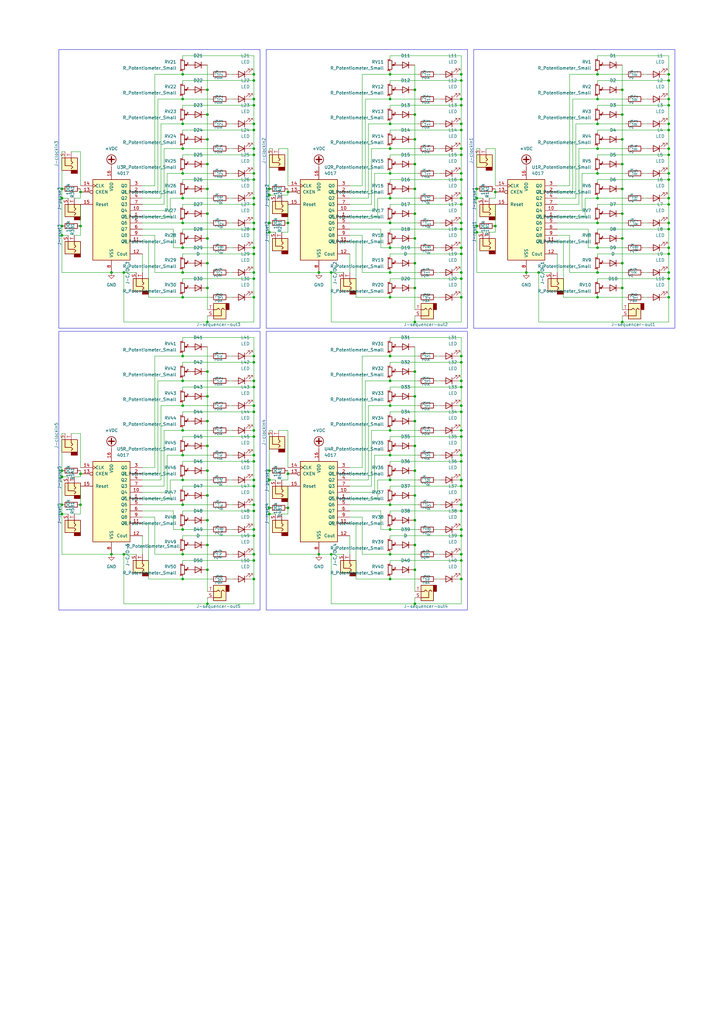
<source format=kicad_sch>
(kicad_sch (version 20231120) (generator "eeschema") (generator_version "8.0")
  (paper "A3" portrait)
  (junction (at 274.32 30.48))
  (junction (at 274.32 60.96))
  (junction (at 33.02 207.01))
  (junction (at 170.18 162.56))
  (junction (at 160.02 91.44))
  (junction (at 189.23 168.91))
  (junction (at 74.93 156.21))
  (junction (at 74.93 91.44))
  (junction (at 74.93 227.33))
  (junction (at 189.23 219.71))
  (junction (at 203.2 92.71))
  (junction (at 33.02 194.31))
  (junction (at 170.18 118.11))
  (junction (at 104.14 176.53))
  (junction (at 110.49 95.25))
  (junction (at 189.23 73.66))
  (junction (at 74.93 186.69))
  (junction (at 255.27 77.47))
  (junction (at 170.18 193.04))
  (junction (at 104.14 83.82))
  (junction (at 85.09 57.15))
  (junction (at 130.81 227.33))
  (junction (at 189.23 209.55))
  (junction (at 45.72 111.76))
  (junction (at 189.23 111.76))
  (junction (at 170.18 233.68))
  (junction (at 195.58 77.47))
  (junction (at 255.27 36.83))
  (junction (at 104.14 71.12))
  (junction (at 104.14 114.3))
  (junction (at 189.23 101.6))
  (junction (at 245.11 81.28))
  (junction (at 160.02 227.33))
  (junction (at 104.14 199.39))
  (junction (at 104.14 146.05))
  (junction (at 170.18 36.83))
  (junction (at 189.23 50.8))
  (junction (at 245.11 71.12))
  (junction (at 74.93 176.53))
  (junction (at 74.93 40.64))
  (junction (at 85.09 213.36))
  (junction (at 50.8 227.33))
  (junction (at 170.18 172.72))
  (junction (at 104.14 91.44))
  (junction (at 110.49 77.47))
  (junction (at 189.23 91.44))
  (junction (at 104.14 40.64))
  (junction (at 74.93 237.49))
  (junction (at 160.02 71.12))
  (junction (at 274.32 33.02))
  (junction (at 118.11 194.31))
  (junction (at 255.27 132.08))
  (junction (at 189.23 83.82))
  (junction (at 189.23 179.07))
  (junction (at 274.32 40.64))
  (junction (at 189.23 166.37))
  (junction (at 189.23 53.34))
  (junction (at 104.14 158.75))
  (junction (at 170.18 57.15))
  (junction (at 104.14 166.37))
  (junction (at 33.02 92.71))
  (junction (at 74.93 207.01))
  (junction (at 160.02 50.8))
  (junction (at 170.18 152.4))
  (junction (at 160.02 81.28))
  (junction (at 104.14 196.85))
  (junction (at 195.58 95.25))
  (junction (at 104.14 53.34))
  (junction (at 104.14 50.8))
  (junction (at 189.23 60.96))
  (junction (at 160.02 237.49))
  (junction (at 274.32 121.92))
  (junction (at 25.4 193.04))
  (junction (at 189.23 199.39))
  (junction (at 110.49 91.44))
  (junction (at 104.14 237.49))
  (junction (at 160.02 196.85))
  (junction (at 160.02 186.69))
  (junction (at 189.23 227.33))
  (junction (at 85.09 182.88))
  (junction (at 255.27 87.63))
  (junction (at 160.02 111.76))
  (junction (at 85.09 223.52))
  (junction (at 274.32 111.76))
  (junction (at 245.11 121.92))
  (junction (at 85.09 172.72))
  (junction (at 110.49 208.28))
  (junction (at 189.23 148.59))
  (junction (at 25.4 195.58))
  (junction (at 189.23 207.01))
  (junction (at 189.23 196.85))
  (junction (at 104.14 156.21))
  (junction (at 189.23 114.3))
  (junction (at 25.4 96.52))
  (junction (at 160.02 146.05))
  (junction (at 195.58 81.28))
  (junction (at 274.32 83.82))
  (junction (at 170.18 46.99))
  (junction (at 74.93 81.28))
  (junction (at 104.14 101.6))
  (junction (at 189.23 217.17))
  (junction (at 110.49 210.82))
  (junction (at 85.09 247.65))
  (junction (at 255.27 46.99))
  (junction (at 104.14 30.48))
  (junction (at 274.32 50.8))
  (junction (at 274.32 71.12))
  (junction (at 160.02 121.92))
  (junction (at 245.11 50.8))
  (junction (at 274.32 101.6))
  (junction (at 255.27 118.11))
  (junction (at 189.23 237.49))
  (junction (at 74.93 217.17))
  (junction (at 274.32 81.28))
  (junction (at 189.23 71.12))
  (junction (at 85.09 46.99))
  (junction (at 189.23 63.5))
  (junction (at 85.09 87.63))
  (junction (at 104.14 43.18))
  (junction (at 25.4 77.47))
  (junction (at 74.93 71.12))
  (junction (at 274.32 104.14))
  (junction (at 245.11 30.48))
  (junction (at 189.23 186.69))
  (junction (at 25.4 210.82))
  (junction (at 74.93 60.96))
  (junction (at 104.14 104.14))
  (junction (at 104.14 63.5))
  (junction (at 274.32 53.34))
  (junction (at 74.93 146.05))
  (junction (at 85.09 36.83))
  (junction (at 85.09 203.2))
  (junction (at 170.18 107.95))
  (junction (at 130.81 111.76))
  (junction (at 104.14 60.96))
  (junction (at 245.11 60.96))
  (junction (at 104.14 219.71))
  (junction (at 189.23 93.98))
  (junction (at 189.23 104.14))
  (junction (at 170.18 87.63))
  (junction (at 215.9 111.76))
  (junction (at 85.09 118.11))
  (junction (at 170.18 203.2))
  (junction (at 104.14 217.17))
  (junction (at 104.14 33.02))
  (junction (at 85.09 233.68))
  (junction (at 74.93 121.92))
  (junction (at 160.02 207.01))
  (junction (at 170.18 247.65))
  (junction (at 25.4 92.71))
  (junction (at 195.58 92.71))
  (junction (at 274.32 114.3))
  (junction (at 189.23 43.18))
  (junction (at 274.32 63.5))
  (junction (at 170.18 77.47))
  (junction (at 160.02 166.37))
  (junction (at 189.23 189.23))
  (junction (at 170.18 182.88))
  (junction (at 160.02 40.64))
  (junction (at 189.23 30.48))
  (junction (at 274.32 73.66))
  (junction (at 118.11 78.74))
  (junction (at 104.14 189.23))
  (junction (at 160.02 156.21))
  (junction (at 255.27 67.31))
  (junction (at 104.14 186.69))
  (junction (at 110.49 196.85))
  (junction (at 189.23 158.75))
  (junction (at 104.14 81.28))
  (junction (at 160.02 60.96))
  (junction (at 104.14 227.33))
  (junction (at 85.09 77.47))
  (junction (at 189.23 146.05))
  (junction (at 160.02 176.53))
  (junction (at 160.02 101.6))
  (junction (at 74.93 196.85))
  (junction (at 50.8 111.76))
  (junction (at 255.27 57.15))
  (junction (at 245.11 40.64))
  (junction (at 189.23 176.53))
  (junction (at 74.93 30.48))
  (junction (at 104.14 168.91))
  (junction (at 74.93 50.8))
  (junction (at 189.23 40.64))
  (junction (at 245.11 101.6))
  (junction (at 104.14 121.92))
  (junction (at 45.72 227.33))
  (junction (at 170.18 97.79))
  (junction (at 245.11 91.44))
  (junction (at 274.32 43.18))
  (junction (at 274.32 91.44))
  (junction (at 85.09 162.56))
  (junction (at 85.09 132.08))
  (junction (at 104.14 209.55))
  (junction (at 104.14 93.98))
  (junction (at 245.11 111.76))
  (junction (at 170.18 223.52))
  (junction (at 160.02 30.48))
  (junction (at 110.49 80.01))
  (junction (at 135.89 227.33))
  (junction (at 85.09 67.31))
  (junction (at 170.18 67.31))
  (junction (at 85.09 97.79))
  (junction (at 118.11 91.44))
  (junction (at 104.14 229.87))
  (junction (at 25.4 207.01))
  (junction (at 170.18 132.08))
  (junction (at 189.23 121.92))
  (junction (at 104.14 179.07))
  (junction (at 104.14 73.66))
  (junction (at 255.27 97.79))
  (junction (at 104.14 148.59))
  (junction (at 189.23 229.87))
  (junction (at 25.4 81.28))
  (junction (at 104.14 111.76))
  (junction (at 274.32 93.98))
  (junction (at 85.09 152.4))
  (junction (at 189.23 81.28))
  (junction (at 33.02 78.74))
  (junction (at 170.18 213.36))
  (junction (at 160.02 217.17))
  (junction (at 74.93 101.6))
  (junction (at 220.98 111.76))
  (junction (at 135.89 111.76))
  (junction (at 255.27 107.95))
  (junction (at 85.09 193.04))
  (junction (at 110.49 193.04))
  (junction (at 74.93 111.76))
  (junction (at 74.93 166.37))
  (junction (at 85.09 107.95))
  (junction (at 118.11 208.28))
  (junction (at 189.23 33.02))
  (junction (at 104.14 207.01))
  (junction (at 189.23 156.21))
  (junction (at 203.2 78.74))
  (wire (pts (xy 170.18 162.56) (xy 170.18 172.72)))
  (wire (pts (xy 245.11 73.66) (xy 245.11 74.93)))
  (wire (pts (xy 74.93 185.42) (xy 74.93 186.69)))
  (wire (pts (xy 74.93 175.26) (xy 74.93 176.53)))
  (wire (pts (xy 74.93 217.17) (xy 86.36 217.17)))
  (wire (pts (xy 93.98 217.17) (xy 95.25 217.17)) (stroke (width 0.1524)))
  (wire (pts (xy 240.03 81.28) (xy 245.11 81.28)))
  (wire (pts (xy 237.49 60.96) (xy 237.49 83.82)))
  (wire (pts (xy 156.21 209.55) (xy 143.51 209.55)))
  (wire (pts (xy 58.42 104.14) (xy 58.42 111.76)))
  (wire (pts (xy 149.86 78.74) (xy 149.86 40.64)))
  (wire (pts (xy 170.18 182.88) (xy 170.18 193.04)))
  (wire (pts (xy 74.93 50.8) (xy 86.36 50.8)))
  (wire (pts (xy 273.05 40.64) (xy 274.32 40.64)))
  (wire (pts (xy 154.94 196.85) (xy 154.94 204.47)))
  (wire (pts (xy 93.98 60.96) (xy 95.25 60.96)) (stroke (width 0.1524)))
  (wire (pts (xy 160.02 209.55) (xy 160.02 210.82)))
  (wire (pts (xy 74.93 219.71) (xy 104.14 219.71)))
  (wire (pts (xy 93.98 176.53) (xy 95.25 176.53)) (stroke (width 0.1524)))
  (wire (pts (xy 104.14 121.92) (xy 104.14 132.08)))
  (wire (pts (xy 50.8 247.65) (xy 67.31 247.65)))
  (wire (pts (xy 33.02 96.52) (xy 33.02 92.71)))
  (wire (pts (xy 160.02 50.8) (xy 171.45 50.8)))
  (wire (pts (xy 30.48 195.58) (xy 33.02 195.58)))
  (wire (pts (xy 63.5 181.61) (xy 63.5 191.77)) (stroke (width 0.1524)))
  (wire (pts (xy 245.11 69.85) (xy 245.11 71.12)))
  (wire (pts (xy 26.67 62.23) (xy 25.4 62.23)))
  (wire (pts (xy 160.02 226.06) (xy 160.02 227.33)))
  (wire (pts (xy 189.23 40.64) (xy 189.23 43.18)))
  (wire (pts (xy 245.11 73.66) (xy 274.32 73.66)))
  (wire (pts (xy 241.3 101.6) (xy 245.11 101.6)))
  (wire (pts (xy 264.16 101.6) (xy 265.43 101.6)) (stroke (width 0.1524)))
  (wire (pts (xy 63.5 146.05) (xy 63.5 181.61)))
  (wire (pts (xy 74.93 73.66) (xy 74.93 74.93)))
  (wire (pts (xy 74.93 90.17) (xy 74.93 91.44)))
  (wire (pts (xy 74.93 83.82) (xy 104.14 83.82)))
  (wire (pts (xy 64.77 194.31) (xy 64.77 156.21)))
  (wire (pts (xy 160.02 33.02) (xy 189.23 33.02)))
  (wire (pts (xy 160.02 158.75) (xy 189.23 158.75)))
  (wire (pts (xy 255.27 107.95) (xy 255.27 118.11)))
  (wire (pts (xy 189.23 237.49) (xy 189.23 247.65)))
  (wire (pts (xy 104.14 73.66) (xy 104.14 81.28)))
  (wire (pts (xy 149.86 194.31) (xy 149.86 156.21)))
  (wire (pts (xy 160.02 146.05) (xy 171.45 146.05)))
  (wire (pts (xy 25.4 96.52) (xy 25.4 111.76)))
  (wire (pts (xy 189.23 50.8) (xy 189.23 53.34)))
  (wire (pts (xy 143.51 214.63) (xy 146.05 214.63)) (stroke (width 0.1524)))
  (wire (pts (xy 110.49 210.82) (xy 113.03 210.82)))
  (wire (pts (xy 170.18 152.4) (xy 170.18 162.56)))
  (wire (pts (xy 240.03 88.9) (xy 228.6 88.9)))
  (wire (pts (xy 187.96 30.48) (xy 189.23 30.48)))
  (wire (pts (xy 149.86 156.21) (xy 160.02 156.21)))
  (wire (pts (xy 102.87 166.37) (xy 104.14 166.37)))
  (wire (pts (xy 228.6 86.36) (xy 238.76 86.36)))
  (wire (pts (xy 104.14 229.87) (xy 104.14 237.49)))
  (wire (pts (xy 187.96 91.44) (xy 189.23 91.44)))
  (wire (pts (xy 179.07 111.76) (xy 180.34 111.76)) (stroke (width 0.1524)))
  (wire (pts (xy 160.02 168.91) (xy 160.02 170.18)))
  (wire (pts (xy 189.23 207.01) (xy 189.23 209.55)))
  (wire (pts (xy 118.11 91.44) (xy 118.11 95.25)))
  (wire (pts (xy 74.93 29.21) (xy 74.93 30.48)))
  (wire (pts (xy 151.13 50.8) (xy 151.13 81.28)))
  (wire (pts (xy 64.77 40.64) (xy 74.93 40.64)))
  (wire (pts (xy 104.14 148.59) (xy 104.14 156.21)))
  (wire (pts (xy 67.31 176.53) (xy 67.31 199.39)))
  (wire (pts (xy 146.05 237.49) (xy 160.02 237.49)))
  (wire (pts (xy 153.67 186.69) (xy 160.02 186.69)))
  (wire (pts (xy 58.42 86.36) (xy 68.58 86.36)))
  (wire (pts (xy 104.14 179.07) (xy 104.14 186.69)))
  (wire (pts (xy 60.96 229.87) (xy 60.96 237.49)))
  (wire (pts (xy 154.94 204.47) (xy 143.51 204.47)))
  (wire (pts (xy 273.05 81.28) (xy 274.32 81.28)))
  (wire (pts (xy 179.07 71.12) (xy 180.34 71.12)) (stroke (width 0.1524)))
  (wire (pts (xy 245.11 91.44) (xy 256.54 91.44)))
  (wire (pts (xy 85.09 67.31) (xy 85.09 77.47)))
  (wire (pts (xy 104.14 43.18) (xy 104.14 50.8)))
  (wire (pts (xy 195.58 92.71) (xy 195.58 95.25)))
  (wire (pts (xy 245.11 22.86) (xy 274.32 22.86)))
  (wire (pts (xy 160.02 110.49) (xy 160.02 111.76)))
  (wire (pts (xy 74.93 195.58) (xy 74.93 196.85)))
  (wire (pts (xy 110.49 95.25) (xy 110.49 111.76)))
  (wire (pts (xy 104.14 156.21) (xy 104.14 158.75)))
  (wire (pts (xy 110.49 95.25) (xy 113.03 95.25)))
  (wire (pts (xy 118.11 77.47) (xy 118.11 78.74)))
  (wire (pts (xy 135.89 111.76) (xy 140.97 111.76)))
  (wire (pts (xy 245.11 33.02) (xy 245.11 34.29)))
  (wire (pts (xy 255.27 129.54) (xy 255.27 132.08)))
  (wire (pts (xy 58.42 99.06) (xy 60.96 99.06)) (stroke (width 0.1524)))
  (wire (pts (xy 104.14 40.64) (xy 104.14 43.18)))
  (wire (pts (xy 160.02 53.34) (xy 189.23 53.34)))
  (wire (pts (xy 195.58 81.28) (xy 195.58 92.71)))
  (wire (pts (xy 255.27 77.47) (xy 255.27 87.63)))
  (wire (pts (xy 189.23 166.37) (xy 189.23 168.91)))
  (wire (pts (xy 63.5 111.76) (xy 74.93 111.76)))
  (wire (pts (xy 104.14 114.3) (xy 104.14 121.92)))
  (wire (pts (xy 240.03 81.28) (xy 240.03 88.9)))
  (wire (pts (xy 74.93 43.18) (xy 104.14 43.18)))
  (wire (pts (xy 146.05 114.3) (xy 146.05 121.92)))
  (wire (pts (xy 67.31 132.08) (xy 85.09 132.08)) (stroke (width 0.1524)))
  (wire (pts (xy 104.14 196.85) (xy 104.14 199.39)))
  (wire (pts (xy 85.09 129.54) (xy 85.09 132.08)))
  (wire (pts (xy 160.02 43.18) (xy 189.23 43.18)))
  (wire (pts (xy 25.4 210.82) (xy 27.94 210.82)))
  (wire (pts (xy 85.09 118.11) (xy 85.09 127)))
  (wire (pts (xy 115.57 210.82) (xy 118.11 210.82)))
  (wire (pts (xy 160.02 91.44) (xy 171.45 91.44)))
  (wire (pts (xy 104.14 176.53) (xy 104.14 179.07)))
  (wire (pts (xy 170.18 193.04) (xy 170.18 203.2)))
  (wire (pts (xy 104.14 93.98) (xy 104.14 101.6)))
  (wire (pts (xy 63.5 30.48) (xy 74.93 30.48)))
  (wire (pts (xy 68.58 71.12) (xy 68.58 86.36)))
  (wire (pts (xy 189.23 81.28) (xy 189.23 83.82)))
  (wire (pts (xy 74.93 196.85) (xy 86.36 196.85)))
  (wire (pts (xy 160.02 63.5) (xy 189.23 63.5)))
  (wire (pts (xy 102.87 146.05) (xy 104.14 146.05)))
  (wire (pts (xy 274.32 53.34) (xy 274.32 60.96)))
  (wire (pts (xy 74.93 40.64) (xy 86.36 40.64)))
  (wire (pts (xy 160.02 189.23) (xy 189.23 189.23)))
  (wire (pts (xy 66.04 81.28) (xy 58.42 81.28)))
  (wire (pts (xy 195.58 81.28) (xy 198.12 81.28)))
  (wire (pts (xy 33.02 195.58) (xy 33.02 194.31)))
  (wire (pts (xy 273.05 60.96) (xy 274.32 60.96)))
  (wire (pts (xy 203.2 95.25) (xy 203.2 92.71)))
  (wire (pts (xy 189.23 22.86) (xy 189.23 30.48)))
  (wire (pts (xy 187.96 40.64) (xy 189.23 40.64)))
  (wire (pts (xy 74.93 166.37) (xy 86.36 166.37)))
  (wire (pts (xy 143.51 219.71) (xy 143.51 227.33)))
  (wire (pts (xy 26.67 177.8) (xy 25.4 177.8)))
  (wire (pts (xy 74.93 138.43) (xy 74.93 139.7)))
  (wire (pts (xy 160.02 158.75) (xy 160.02 160.02)))
  (wire (pts (xy 74.93 148.59) (xy 74.93 149.86)))
  (wire (pts (xy 237.49 132.08) (xy 255.27 132.08)) (stroke (width 0.1524)))
  (wire (pts (xy 25.4 81.28) (xy 27.94 81.28)))
  (wire (pts (xy 179.07 196.85) (xy 180.34 196.85)) (stroke (width 0.1524)))
  (wire (pts (xy 74.93 209.55) (xy 74.93 210.82)))
  (wire (pts (xy 273.05 111.76) (xy 274.32 111.76)))
  (wire (pts (xy 151.13 50.8) (xy 160.02 50.8)))
  (wire (pts (xy 135.89 247.65) (xy 152.4 247.65)))
  (wire (pts (xy 274.32 111.76) (xy 274.32 114.3)))
  (wire (pts (xy 170.18 213.36) (xy 170.18 223.52)))
  (wire (pts (xy 85.09 162.56) (xy 85.09 172.72)))
  (wire (pts (xy 66.04 50.8) (xy 66.04 81.28)))
  (wire (pts (xy 74.93 236.22) (xy 74.93 237.49)))
  (wire (pts (xy 153.67 71.12) (xy 160.02 71.12)))
  (wire (pts (xy 104.14 50.8) (xy 104.14 53.34)))
  (wire (pts (xy 74.93 179.07) (xy 104.14 179.07)))
  (wire (pts (xy 58.42 78.74) (xy 64.77 78.74)))
  (wire (pts (xy 69.85 196.85) (xy 69.85 204.47)))
  (wire (pts (xy 104.14 199.39) (xy 104.14 207.01)))
  (wire (pts (xy 93.98 71.12) (xy 95.25 71.12)) (stroke (width 0.1524)))
  (wire (pts (xy 187.96 146.05) (xy 189.23 146.05)))
  (wire (pts (xy 60.96 114.3) (xy 60.96 121.92)))
  (wire (pts (xy 160.02 179.07) (xy 160.02 180.34)))
  (wire (pts (xy 189.23 196.85) (xy 189.23 199.39)))
  (wire (pts (xy 237.49 83.82) (xy 228.6 83.82)))
  (wire (pts (xy 74.93 186.69) (xy 86.36 186.69)))
  (wire (pts (xy 160.02 138.43) (xy 160.02 139.7)))
  (wire (pts (xy 245.11 104.14) (xy 245.11 105.41)))
  (wire (pts (xy 274.32 101.6) (xy 274.32 104.14)))
  (wire (pts (xy 160.02 90.17) (xy 160.02 91.44)))
  (wire (pts (xy 74.93 49.53) (xy 74.93 50.8)))
  (wire (pts (xy 179.07 166.37) (xy 180.34 166.37)) (stroke (width 0.1524)))
  (wire (pts (xy 273.05 121.92) (xy 274.32 121.92)))
  (wire (pts (xy 154.94 81.28) (xy 160.02 81.28)))
  (wire (pts (xy 189.23 104.14) (xy 189.23 111.76)))
  (wire (pts (xy 160.02 166.37) (xy 171.45 166.37)))
  (wire (pts (xy 104.14 217.17) (xy 104.14 219.71)))
  (wire (pts (xy 160.02 93.98) (xy 189.23 93.98)))
  (wire (pts (xy 104.14 158.75) (xy 104.14 166.37)))
  (wire (pts (xy 152.4 60.96) (xy 152.4 83.82)))
  (wire (pts (xy 102.87 121.92) (xy 104.14 121.92)))
  (wire (pts (xy 67.31 176.53) (xy 74.93 176.53)))
  (wire (pts (xy 118.11 80.01) (xy 118.11 78.74)))
  (wire (pts (xy 143.51 104.14) (xy 143.51 111.76)))
  (wire (pts (xy 74.93 165.1) (xy 74.93 166.37)))
  (wire (pts (xy 146.05 229.87) (xy 146.05 237.49)))
  (wire (pts (xy 104.14 138.43) (xy 104.14 146.05)))
  (wire (pts (xy 273.05 101.6) (xy 274.32 101.6)))
  (wire (pts (xy 85.09 142.24) (xy 85.09 152.4)))
  (wire (pts (xy 245.11 59.69) (xy 245.11 60.96)))
  (wire (pts (xy 74.93 179.07) (xy 74.93 180.34)))
  (wire (pts (xy 143.51 201.93) (xy 153.67 201.93)))
  (wire (pts (xy 245.11 39.37) (xy 245.11 40.64)))
  (wire (pts (xy 156.21 101.6) (xy 160.02 101.6)))
  (wire (pts (xy 160.02 83.82) (xy 189.23 83.82)))
  (wire (pts (xy 30.48 210.82) (xy 33.02 210.82)))
  (wire (pts (xy 74.93 93.98) (xy 74.93 95.25)))
  (wire (pts (xy 114.3 176.53) (xy 118.11 176.53)))
  (wire (pts (xy 85.09 247.65) (xy 104.14 247.65)) (stroke (width 0.1524)))
  (wire (pts (xy 148.59 146.05) (xy 148.59 181.61)))
  (wire (pts (xy 102.87 71.12) (xy 104.14 71.12)))
  (wire (pts (xy 179.07 40.64) (xy 180.34 40.64)) (stroke (width 0.1524)))
  (wire (pts (xy 85.09 152.4) (xy 85.09 162.56)))
  (wire (pts (xy 74.93 114.3) (xy 74.93 115.57)))
  (wire (pts (xy 274.32 30.48) (xy 274.32 33.02)))
  (wire (pts (xy 71.12 101.6) (xy 71.12 93.98)))
  (wire (pts (xy 102.87 91.44) (xy 104.14 91.44)))
  (wire (pts (xy 245.11 53.34) (xy 245.11 54.61)))
  (wire (pts (xy 110.49 80.01) (xy 113.03 80.01)))
  (wire (pts (xy 110.49 80.01) (xy 110.49 91.44)))
  (wire (pts (xy 274.32 43.18) (xy 274.32 50.8)))
  (wire (pts (xy 74.93 104.14) (xy 74.93 105.41)))
  (wire (pts (xy 64.77 156.21) (xy 74.93 156.21)))
  (wire (pts (xy 67.31 60.96) (xy 74.93 60.96)))
  (wire (pts (xy 203.2 92.71) (xy 203.2 83.82)))
  (wire (pts (xy 274.32 93.98) (xy 274.32 101.6)))
  (wire (pts (xy 170.18 67.31) (xy 170.18 77.47)))
  (wire (pts (xy 160.02 148.59) (xy 160.02 149.86)))
  (wire (pts (xy 228.6 104.14) (xy 228.6 111.76)))
  (wire (pts (xy 160.02 114.3) (xy 189.23 114.3)))
  (wire (pts (xy 111.76 60.96) (xy 110.49 60.96)))
  (wire (pts (xy 160.02 120.65) (xy 160.02 121.92)))
  (wire (pts (xy 231.14 99.06) (xy 231.14 114.3)) (stroke (width 0.1524)))
  (wire (pts (xy 74.93 158.75) (xy 74.93 160.02)))
  (wire (pts (xy 160.02 100.33) (xy 160.02 101.6)))
  (wire (pts (xy 85.09 213.36) (xy 85.09 223.52)))
  (wire (pts (xy 245.11 33.02) (xy 274.32 33.02)))
  (wire (pts (xy 195.58 95.25) (xy 198.12 95.25)))
  (wire (pts (xy 110.49 210.82) (xy 110.49 208.28)))
  (wire (pts (xy 160.02 33.02) (xy 160.02 34.29)))
  (wire (pts (xy 274.32 40.64) (xy 274.32 43.18)))
  (wire (pts (xy 93.98 91.44) (xy 95.25 91.44)) (stroke (width 0.1524)))
  (wire (pts (xy 102.87 207.01) (xy 104.14 207.01)))
  (wire (pts (xy 148.59 96.52) (xy 148.59 109.22)) (stroke (width 0.1524)))
  (wire (pts (xy 160.02 138.43) (xy 189.23 138.43)))
  (wire (pts (xy 74.93 229.87) (xy 104.14 229.87)))
  (wire (pts (xy 241.3 101.6) (xy 241.3 93.98)))
  (wire (pts (xy 160.02 215.9) (xy 160.02 217.17)))
  (wire (pts (xy 143.51 191.77) (xy 148.59 191.77)) (stroke (width 0.1524)))
  (wire (pts (xy 148.59 109.22) (xy 148.59 111.76)))
  (wire (pts (xy 264.16 60.96) (xy 265.43 60.96)) (stroke (width 0.1524)))
  (wire (pts (xy 58.42 214.63) (xy 60.96 214.63)) (stroke (width 0.1524)))
  (wire (pts (xy 25.4 62.23) (xy 25.4 77.47)))
  (wire (pts (xy 85.09 193.04) (xy 85.09 203.2)))
  (wire (pts (xy 85.09 132.08) (xy 104.14 132.08)) (stroke (width 0.1524)))
  (wire (pts (xy 25.4 195.58) (xy 25.4 207.01)))
  (wire (pts (xy 148.59 146.05) (xy 160.02 146.05)))
  (wire (pts (xy 245.11 101.6) (xy 256.54 101.6)))
  (wire (pts (xy 74.93 91.44) (xy 86.36 91.44)))
  (wire (pts (xy 187.96 176.53) (xy 189.23 176.53)))
  (wire (pts (xy 152.4 176.53) (xy 160.02 176.53)))
  (wire (pts (xy 160.02 104.14) (xy 189.23 104.14)))
  (wire (pts (xy 233.68 30.48) (xy 245.11 30.48)))
  (wire (pts (xy 179.07 101.6) (xy 180.34 101.6)) (stroke (width 0.1524)))
  (wire (pts (xy 68.58 71.12) (xy 74.93 71.12)))
  (wire (pts (xy 74.93 33.02) (xy 74.93 34.29)))
  (wire (pts (xy 170.18 46.99) (xy 170.18 57.15)))
  (wire (pts (xy 74.93 69.85) (xy 74.93 71.12)))
  (wire (pts (xy 160.02 196.85) (xy 171.45 196.85)))
  (wire (pts (xy 245.11 63.5) (xy 245.11 64.77)))
  (wire (pts (xy 189.23 209.55) (xy 189.23 217.17)))
  (wire (pts (xy 160.02 104.14) (xy 160.02 105.41)))
  (wire (pts (xy 30.48 81.28) (xy 33.02 81.28)))
  (wire (pts (xy 102.87 40.64) (xy 104.14 40.64)))
  (wire (pts (xy 118.11 208.28) (xy 118.11 199.39)))
  (wire (pts (xy 273.05 30.48) (xy 274.32 30.48)))
  (wire (pts (xy 67.31 83.82) (xy 58.42 83.82)))
  (wire (pts (xy 170.18 203.2) (xy 170.18 213.36)))
  (wire (pts (xy 25.4 210.82) (xy 25.4 227.33)))
  (wire (pts (xy 85.09 36.83) (xy 85.09 46.99)))
  (wire (pts (xy 160.02 154.94) (xy 160.02 156.21)))
  (wire (pts (xy 74.93 209.55) (xy 104.14 209.55)))
  (wire (pts (xy 60.96 99.06) (xy 60.96 114.3)) (stroke (width 0.1524)))
  (wire (pts (xy 33.02 62.23) (xy 33.02 76.2)))
  (wire (pts (xy 160.02 186.69) (xy 171.45 186.69)))
  (wire (pts (xy 74.93 81.28) (xy 86.36 81.28)))
  (wire (pts (xy 189.23 73.66) (xy 189.23 81.28)))
  (wire (pts (xy 189.23 43.18) (xy 189.23 50.8)))
  (wire (pts (xy 25.4 177.8) (xy 25.4 193.04)))
  (wire (pts (xy 102.87 217.17) (xy 104.14 217.17)))
  (wire (pts (xy 228.6 76.2) (xy 233.68 76.2)) (stroke (width 0.1524)))
  (wire (pts (xy 146.05 121.92) (xy 160.02 121.92)))
  (wire (pts (xy 69.85 88.9) (xy 58.42 88.9)))
  (wire (pts (xy 215.9 111.76) (xy 195.58 111.76)))
  (wire (pts (xy 156.21 217.17) (xy 156.21 209.55)))
  (wire (pts (xy 274.32 114.3) (xy 274.32 121.92)))
  (wire (pts (xy 71.12 209.55) (xy 58.42 209.55)))
  (wire (pts (xy 189.23 158.75) (xy 189.23 166.37)))
  (wire (pts (xy 236.22 81.28) (xy 228.6 81.28)))
  (wire (pts (xy 189.23 63.5) (xy 189.23 71.12)))
  (wire (pts (xy 130.81 111.76) (xy 135.89 111.76)))
  (wire (pts (xy 203.2 60.96) (xy 199.39 60.96)))
  (wire (pts (xy 74.93 101.6) (xy 86.36 101.6)))
  (wire (pts (xy 187.96 217.17) (xy 189.23 217.17)))
  (wire (pts (xy 143.51 76.2) (xy 148.59 76.2)) (stroke (width 0.1524)))
  (wire (pts (xy 160.02 168.91) (xy 189.23 168.91)))
  (wire (pts (xy 130.81 227.33) (xy 110.49 227.33)))
  (wire (pts (xy 118.11 83.82) (xy 118.11 91.44)))
  (wire (pts (xy 255.27 26.67) (xy 255.27 36.83)))
  (wire (pts (xy 33.02 92.71) (xy 33.02 83.82)))
  (wire (pts (xy 104.14 81.28) (xy 104.14 83.82)))
  (wire (pts (xy 33.02 62.23) (xy 29.21 62.23)))
  (wire (pts (xy 160.02 179.07) (xy 189.23 179.07)))
  (wire (pts (xy 74.93 237.49) (xy 86.36 237.49)))
  (wire (pts (xy 151.13 166.37) (xy 160.02 166.37)))
  (wire (pts (xy 170.18 36.83) (xy 170.18 46.99)))
  (wire (pts (xy 63.5 96.52) (xy 63.5 109.22)) (stroke (width 0.1524)))
  (wire (pts (xy 110.49 60.96) (xy 110.49 77.47)))
  (wire (pts (xy 50.8 111.76) (xy 55.88 111.76)))
  (wire (pts (xy 74.93 53.34) (xy 104.14 53.34)))
  (wire (pts (xy 187.96 186.69) (xy 189.23 186.69)))
  (wire (pts (xy 74.93 144.78) (xy 74.93 146.05)))
  (wire (pts (xy 189.23 53.34) (xy 189.23 60.96)))
  (wire (pts (xy 74.93 114.3) (xy 104.14 114.3)))
  (wire (pts (xy 135.89 227.33) (xy 135.89 247.65)))
  (wire (pts (xy 104.14 207.01) (xy 104.14 209.55)))
  (wire (pts (xy 170.18 172.72) (xy 170.18 182.88)))
  (wire (pts (xy 104.14 30.48) (xy 104.14 33.02)))
  (wire (pts (xy 58.42 96.52) (xy 63.5 96.52)) (stroke (width 0.1524)))
  (wire (pts (xy 245.11 80.01) (xy 245.11 81.28)))
  (wire (pts (xy 74.93 199.39) (xy 74.93 200.66)))
  (wire (pts (xy 160.02 22.86) (xy 160.02 24.13)))
  (wire (pts (xy 74.93 120.65) (xy 74.93 121.92)))
  (wire (pts (xy 189.23 189.23) (xy 189.23 196.85)))
  (wire (pts (xy 170.18 233.68) (xy 170.18 242.57)))
  (wire (pts (xy 67.31 247.65) (xy 85.09 247.65)) (stroke (width 0.1524)))
  (wire (pts (xy 273.05 71.12) (xy 274.32 71.12)))
  (wire (pts (xy 146.05 99.06) (xy 146.05 114.3)) (stroke (width 0.1524)))
  (wire (pts (xy 160.02 63.5) (xy 160.02 64.77)))
  (wire (pts (xy 187.96 81.28) (xy 189.23 81.28)))
  (wire (pts (xy 74.93 121.92) (xy 86.36 121.92)))
  (wire (pts (xy 220.98 132.08) (xy 237.49 132.08)))
  (wire (pts (xy 187.96 227.33) (xy 189.23 227.33)))
  (wire (pts (xy 50.8 227.33) (xy 50.8 247.65)))
  (wire (pts (xy 160.02 219.71) (xy 189.23 219.71)))
  (wire (pts (xy 189.23 168.91) (xy 189.23 176.53)))
  (wire (pts (xy 104.14 209.55) (xy 104.14 217.17)))
  (wire (pts (xy 245.11 110.49) (xy 245.11 111.76)))
  (wire (pts (xy 160.02 205.74) (xy 160.02 207.01)))
  (wire (pts (xy 160.02 39.37) (xy 160.02 40.64)))
  (wire (pts (xy 215.9 111.76) (xy 220.98 111.76)))
  (wire (pts (xy 69.85 81.28) (xy 69.85 88.9)))
  (wire (pts (xy 189.23 114.3) (xy 189.23 121.92)))
  (wire (pts (xy 189.23 111.76) (xy 189.23 114.3)))
  (wire (pts (xy 170.18 26.67) (xy 170.18 36.83)))
  (wire (pts (xy 179.07 91.44) (xy 180.34 91.44)) (stroke (width 0.1524)))
  (wire (pts (xy 274.32 81.28) (xy 274.32 83.82)))
  (wire (pts (xy 85.09 223.52) (xy 85.09 233.68)))
  (wire (pts (xy 179.07 30.48) (xy 180.34 30.48)) (stroke (width 0.1524)))
  (wire (pts (xy 274.32 104.14) (xy 274.32 111.76)))
  (wire (pts (xy 50.8 132.08) (xy 67.31 132.08)))
  (wire (pts (xy 160.02 81.28) (xy 171.45 81.28)))
  (wire (pts (xy 102.87 186.69) (xy 104.14 186.69)))
  (wire (pts (xy 143.51 207.01) (xy 160.02 207.01)))
  (wire (pts (xy 245.11 111.76) (xy 256.54 111.76)))
  (wire (pts (xy 63.5 30.48) (xy 63.5 66.04)))
  (wire (pts (xy 245.11 121.92) (xy 256.54 121.92)))
  (wire (pts (xy 74.93 148.59) (xy 104.14 148.59)))
  (wire (pts (xy 170.18 107.95) (xy 170.18 118.11)))
  (wire (pts (xy 203.2 77.47) (xy 203.2 78.74)))
  (wire (pts (xy 93.98 121.92) (xy 95.25 121.92)) (stroke (width 0.1524)))
  (wire (pts (xy 200.66 81.28) (xy 203.2 81.28)))
  (wire (pts (xy 63.5 146.05) (xy 74.93 146.05)))
  (wire (pts (xy 170.18 223.52) (xy 170.18 233.68)))
  (wire (pts (xy 160.02 185.42) (xy 160.02 186.69)))
  (wire (pts (xy 170.18 132.08) (xy 189.23 132.08)) (stroke (width 0.1524)))
  (wire (pts (xy 114.3 60.96) (xy 118.11 60.96)))
  (wire (pts (xy 115.57 80.01) (xy 118.11 80.01)))
  (wire (pts (xy 274.32 83.82) (xy 274.32 91.44)))
  (wire (pts (xy 74.93 33.02) (xy 104.14 33.02)))
  (wire (pts (xy 74.93 71.12) (xy 86.36 71.12)))
  (wire (pts (xy 102.87 227.33) (xy 104.14 227.33)))
  (wire (pts (xy 255.27 36.83) (xy 255.27 46.99)))
  (wire (pts (xy 58.42 194.31) (xy 64.77 194.31)))
  (wire (pts (xy 195.58 77.47) (xy 195.58 60.96)))
  (wire (pts (xy 160.02 227.33) (xy 171.45 227.33)))
  (wire (pts (xy 74.93 30.48) (xy 86.36 30.48)))
  (wire (pts (xy 74.93 83.82) (xy 74.93 85.09)))
  (wire (pts (xy 74.93 154.94) (xy 74.93 156.21)))
  (wire (pts (xy 245.11 71.12) (xy 256.54 71.12)))
  (wire (pts (xy 151.13 196.85) (xy 143.51 196.85)))
  (wire (pts (xy 93.98 186.69) (xy 95.25 186.69)) (stroke (width 0.1524)))
  (wire (pts (xy 110.49 196.85) (xy 113.03 196.85)))
  (wire (pts (xy 74.93 39.37) (xy 74.93 40.64)))
  (wire (pts (xy 25.4 207.01) (xy 25.4 210.82)))
  (wire (pts (xy 189.23 101.6) (xy 189.23 104.14)))
  (wire (pts (xy 140.97 227.33) (xy 135.89 227.33)))
  (wire (pts (xy 187.96 60.96) (xy 189.23 60.96)))
  (wire (pts (xy 93.98 146.05) (xy 95.25 146.05)) (stroke (width 0.1524)))
  (wire (pts (xy 33.02 193.04) (xy 33.02 194.31)))
  (wire (pts (xy 85.09 46.99) (xy 85.09 57.15)))
  (wire (pts (xy 58.42 191.77) (xy 63.5 191.77)) (stroke (width 0.1524)))
  (wire (pts (xy 160.02 199.39) (xy 189.23 199.39)))
  (wire (pts (xy 25.4 81.28) (xy 25.4 92.71)))
  (wire (pts (xy 187.96 121.92) (xy 189.23 121.92)))
  (wire (pts (xy 104.14 63.5) (xy 104.14 71.12)))
  (wire (pts (xy 160.02 114.3) (xy 160.02 115.57)))
  (wire (pts (xy 255.27 46.99) (xy 255.27 57.15)))
  (wire (pts (xy 33.02 81.28) (xy 33.02 78.74)))
  (wire (pts (xy 93.98 30.48) (xy 95.25 30.48)) (stroke (width 0.1524)))
  (wire (pts (xy 160.02 121.92) (xy 171.45 121.92)))
  (wire (pts (xy 274.32 33.02) (xy 274.32 40.64)))
  (wire (pts (xy 102.87 176.53) (xy 104.14 176.53)))
  (wire (pts (xy 160.02 83.82) (xy 160.02 85.09)))
  (wire (pts (xy 74.93 73.66) (xy 104.14 73.66)))
  (wire (pts (xy 160.02 207.01) (xy 171.45 207.01)))
  (wire (pts (xy 170.18 247.65) (xy 189.23 247.65)) (stroke (width 0.1524)))
  (wire (pts (xy 85.09 182.88) (xy 85.09 193.04)))
  (wire (pts (xy 104.14 189.23) (xy 104.14 196.85)))
  (wire (pts (xy 160.02 176.53) (xy 171.45 176.53)))
  (wire (pts (xy 160.02 156.21) (xy 171.45 156.21)))
  (wire (pts (xy 228.6 99.06) (xy 231.14 99.06)) (stroke (width 0.1524)))
  (wire (pts (xy 274.32 63.5) (xy 274.32 71.12)))
  (wire (pts (xy 74.93 156.21) (xy 86.36 156.21)))
  (wire (pts (xy 110.49 176.53) (xy 110.49 193.04)))
  (wire (pts (xy 69.85 204.47) (xy 58.42 204.47)))
  (wire (pts (xy 160.02 49.53) (xy 160.02 50.8)))
  (wire (pts (xy 189.23 91.44) (xy 189.23 93.98)))
  (wire (pts (xy 152.4 176.53) (xy 152.4 199.39)))
  (wire (pts (xy 245.11 43.18) (xy 245.11 44.45)))
  (wire (pts (xy 160.02 209.55) (xy 189.23 209.55)))
  (wire (pts (xy 189.23 83.82) (xy 189.23 91.44)))
  (wire (pts (xy 74.93 189.23) (xy 74.93 190.5)))
  (wire (pts (xy 189.23 30.48) (xy 189.23 33.02)))
  (wire (pts (xy 160.02 60.96) (xy 171.45 60.96)))
  (wire (pts (xy 74.93 110.49) (xy 74.93 111.76)))
  (wire (pts (xy 104.14 101.6) (xy 104.14 104.14)))
  (wire (pts (xy 160.02 148.59) (xy 189.23 148.59)))
  (wire (pts (xy 195.58 77.47) (xy 195.58 81.28)))
  (wire (pts (xy 189.23 33.02) (xy 189.23 40.64)))
  (wire (pts (xy 45.72 227.33) (xy 50.8 227.33)))
  (wire (pts (xy 160.02 237.49) (xy 171.45 237.49)))
  (wire (pts (xy 143.51 91.44) (xy 160.02 91.44)))
  (wire (pts (xy 187.96 207.01) (xy 189.23 207.01)))
  (wire (pts (xy 233.68 109.22) (xy 233.68 111.76)))
  (wire (pts (xy 93.98 156.21) (xy 95.25 156.21)) (stroke (width 0.1524)))
  (wire (pts (xy 93.98 196.85) (xy 95.25 196.85)) (stroke (width 0.1524)))
  (wire (pts (xy 189.23 156.21) (xy 189.23 158.75)))
  (wire (pts (xy 71.12 93.98) (xy 58.42 93.98)))
  (wire (pts (xy 74.93 60.96) (xy 86.36 60.96)))
  (wire (pts (xy 241.3 93.98) (xy 228.6 93.98)))
  (wire (pts (xy 143.51 99.06) (xy 146.05 99.06)) (stroke (width 0.1524)))
  (wire (pts (xy 148.59 227.33) (xy 160.02 227.33)))
  (wire (pts (xy 179.07 207.01) (xy 180.34 207.01)) (stroke (width 0.1524)))
  (wire (pts (xy 231.14 114.3) (xy 231.14 121.92)))
  (wire (pts (xy 228.6 78.74) (xy 234.95 78.74)))
  (wire (pts (xy 179.07 176.53) (xy 180.34 176.53)) (stroke (width 0.1524)))
  (wire (pts (xy 255.27 97.79) (xy 255.27 107.95)))
  (wire (pts (xy 66.04 50.8) (xy 74.93 50.8)))
  (wire (pts (xy 85.09 57.15) (xy 85.09 67.31)))
  (wire (pts (xy 115.57 95.25) (xy 118.11 95.25)))
  (wire (pts (xy 33.02 210.82) (xy 33.02 207.01)))
  (wire (pts (xy 58.42 207.01) (xy 74.93 207.01)))
  (wire (pts (xy 160.02 69.85) (xy 160.02 71.12)))
  (wire (pts (xy 25.4 77.47) (xy 25.4 81.28)))
  (wire (pts (xy 189.23 93.98) (xy 189.23 101.6)))
  (wire (pts (xy 236.22 50.8) (xy 236.22 81.28)))
  (wire (pts (xy 85.09 97.79) (xy 85.09 107.95)))
  (wire (pts (xy 245.11 83.82) (xy 274.32 83.82)))
  (wire (pts (xy 74.93 59.69) (xy 74.93 60.96)))
  (wire (pts (xy 160.02 29.21) (xy 160.02 30.48)))
  (wire (pts (xy 45.72 227.33) (xy 25.4 227.33)))
  (wire (pts (xy 238.76 71.12) (xy 245.11 71.12)))
  (wire (pts (xy 179.07 146.05) (xy 180.34 146.05)) (stroke (width 0.1524)))
  (wire (pts (xy 187.96 166.37) (xy 189.23 166.37)))
  (wire (pts (xy 189.23 217.17) (xy 189.23 219.71)))
  (wire (pts (xy 58.42 212.09) (xy 63.5 212.09)) (stroke (width 0.1524)))
  (wire (pts (xy 30.48 96.52) (xy 33.02 96.52)))
  (wire (pts (xy 264.16 40.64) (xy 265.43 40.64)) (stroke (width 0.1524)))
  (wire (pts (xy 104.14 111.76) (xy 104.14 114.3)))
  (wire (pts (xy 203.2 81.28) (xy 203.2 78.74)))
  (wire (pts (xy 220.98 111.76) (xy 226.06 111.76)))
  (wire (pts (xy 154.94 88.9) (xy 143.51 88.9)))
  (wire (pts (xy 160.02 43.18) (xy 160.02 44.45)))
  (wire (pts (xy 233.68 111.76) (xy 245.11 111.76)))
  (wire (pts (xy 189.23 71.12) (xy 189.23 73.66)))
  (wire (pts (xy 151.13 81.28) (xy 143.51 81.28)))
  (wire (pts (xy 93.98 111.76) (xy 95.25 111.76)) (stroke (width 0.1524)))
  (wire (pts (xy 74.93 205.74) (xy 74.93 207.01)))
  (wire (pts (xy 25.4 96.52) (xy 27.94 96.52)))
  (wire (pts (xy 74.93 176.53) (xy 86.36 176.53)))
  (wire (pts (xy 203.2 60.96) (xy 203.2 76.2)))
  (wire (pts (xy 220.98 111.76) (xy 220.98 132.08)))
  (wire (pts (xy 245.11 81.28) (xy 256.54 81.28)))
  (wire (pts (xy 245.11 43.18) (xy 274.32 43.18)))
  (wire (pts (xy 245.11 63.5) (xy 274.32 63.5)))
  (wire (pts (xy 104.14 168.91) (xy 104.14 176.53)))
  (wire (pts (xy 153.67 186.69) (xy 153.67 201.93)))
  (wire (pts (xy 60.96 121.92) (xy 74.93 121.92)))
  (wire (pts (xy 68.58 186.69) (xy 74.93 186.69)))
  (wire (pts (xy 102.87 111.76) (xy 104.14 111.76)))
  (wire (pts (xy 160.02 111.76) (xy 171.45 111.76)))
  (wire (pts (xy 102.87 101.6) (xy 104.14 101.6)))
  (wire (pts (xy 160.02 80.01) (xy 160.02 81.28)))
  (wire (pts (xy 104.14 83.82) (xy 104.14 91.44)))
  (wire (pts (xy 66.04 166.37) (xy 66.04 196.85)))
  (wire (pts (xy 160.02 71.12) (xy 171.45 71.12)))
  (wire (pts (xy 85.09 233.68) (xy 85.09 242.57)))
  (wire (pts (xy 179.07 50.8) (xy 180.34 50.8)) (stroke (width 0.1524)))
  (wire (pts (xy 152.4 60.96) (xy 160.02 60.96)))
  (wire (pts (xy 170.18 97.79) (xy 170.18 107.95)))
  (wire (pts (xy 189.23 138.43) (xy 189.23 146.05)))
  (wire (pts (xy 110.49 193.04) (xy 110.49 196.85)))
  (wire (pts (xy 152.4 199.39) (xy 143.51 199.39)))
  (wire (pts (xy 66.04 166.37) (xy 74.93 166.37)))
  (wire (pts (xy 74.93 229.87) (xy 74.93 231.14)))
  (wire (pts (xy 63.5 66.04) (xy 63.5 76.2)) (stroke (width 0.1524)))
  (wire (pts (xy 264.16 30.48) (xy 265.43 30.48)) (stroke (width 0.1524)))
  (wire (pts (xy 189.23 229.87) (xy 189.23 237.49)))
  (wire (pts (xy 236.22 50.8) (xy 245.11 50.8)))
  (wire (pts (xy 74.93 111.76) (xy 86.36 111.76)))
  (wire (pts (xy 151.13 166.37) (xy 151.13 196.85)))
  (wire (pts (xy 187.96 156.21) (xy 189.23 156.21)))
  (wire (pts (xy 273.05 91.44) (xy 274.32 91.44)))
  (wire (pts (xy 160.02 73.66) (xy 189.23 73.66)))
  (wire (pts (xy 68.58 186.69) (xy 68.58 201.93)))
  (wire (pts (xy 143.51 194.31) (xy 149.86 194.31)))
  (wire (pts (xy 85.09 172.72) (xy 85.09 182.88)))
  (wire (pts (xy 170.18 118.11) (xy 170.18 127)))
  (wire (pts (xy 60.96 214.63) (xy 60.96 229.87)) (stroke (width 0.1524)))
  (wire (pts (xy 160.02 229.87) (xy 160.02 231.14)))
  (wire (pts (xy 74.93 219.71) (xy 74.93 220.98)))
  (wire (pts (xy 118.11 176.53) (xy 118.11 191.77)))
  (wire (pts (xy 264.16 111.76) (xy 265.43 111.76)) (stroke (width 0.1524)))
  (wire (pts (xy 149.86 40.64) (xy 160.02 40.64)))
  (wire (pts (xy 274.32 71.12) (xy 274.32 73.66)))
  (wire (pts (xy 74.93 22.86) (xy 74.93 24.13)))
  (wire (pts (xy 228.6 96.52) (xy 233.68 96.52)) (stroke (width 0.1524)))
  (wire (pts (xy 74.93 138.43) (xy 104.14 138.43)))
  (wire (pts (xy 274.32 121.92) (xy 274.32 132.08)))
  (wire (pts (xy 118.11 196.85) (xy 118.11 194.31)))
  (wire (pts (xy 102.87 237.49) (xy 104.14 237.49)))
  (wire (pts (xy 154.94 196.85) (xy 160.02 196.85)))
  (wire (pts (xy 160.02 195.58) (xy 160.02 196.85)))
  (wire (pts (xy 74.93 189.23) (xy 104.14 189.23)))
  (wire (pts (xy 93.98 50.8) (xy 95.25 50.8)) (stroke (width 0.1524)))
  (wire (pts (xy 29.21 177.8) (xy 33.02 177.8)))
  (wire (pts (xy 69.85 196.85) (xy 74.93 196.85)))
  (wire (pts (xy 64.77 78.74) (xy 64.77 40.64)))
  (wire (pts (xy 93.98 101.6) (xy 95.25 101.6)) (stroke (width 0.1524)))
  (wire (pts (xy 255.27 118.11) (xy 255.27 127)))
  (wire (pts (xy 160.02 175.26) (xy 160.02 176.53)))
  (wire (pts (xy 245.11 120.65) (xy 245.11 121.92)))
  (wire (pts (xy 234.95 40.64) (xy 245.11 40.64)))
  (wire (pts (xy 74.93 93.98) (xy 104.14 93.98)))
  (wire (pts (xy 102.87 50.8) (xy 104.14 50.8)))
  (wire (pts (xy 148.59 224.79) (xy 148.59 227.33)))
  (wire (pts (xy 189.23 199.39) (xy 189.23 207.01)))
  (wire (pts (xy 104.14 146.05) (xy 104.14 148.59)))
  (wire (pts (xy 74.93 104.14) (xy 104.14 104.14)))
  (wire (pts (xy 200.66 95.25) (xy 203.2 95.25)))
  (wire (pts (xy 273.05 50.8) (xy 274.32 50.8)))
  (wire (pts (xy 85.09 107.95) (xy 85.09 118.11)))
  (wire (pts (xy 25.4 195.58) (xy 27.94 195.58)))
  (wire (pts (xy 71.12 217.17) (xy 74.93 217.17)))
  (wire (pts (xy 93.98 40.64) (xy 95.25 40.64)) (stroke (width 0.1524)))
  (wire (pts (xy 148.59 30.48) (xy 160.02 30.48)))
  (wire (pts (xy 71.12 217.17) (xy 71.12 209.55)))
  (wire (pts (xy 74.93 80.01) (xy 74.93 81.28)))
  (wire (pts (xy 102.87 30.48) (xy 104.14 30.48)))
  (wire (pts (xy 74.93 146.05) (xy 86.36 146.05)))
  (wire (pts (xy 85.09 87.63) (xy 85.09 97.79)))
  (wire (pts (xy 93.98 166.37) (xy 95.25 166.37)) (stroke (width 0.1524)))
  (wire (pts (xy 104.14 104.14) (xy 104.14 111.76)))
  (wire (pts (xy 170.18 57.15) (xy 170.18 67.31)))
  (wire (pts (xy 255.27 67.31) (xy 255.27 77.47)))
  (wire (pts (xy 195.58 95.25) (xy 195.58 111.76)))
  (wire (pts (xy 154.94 81.28) (xy 154.94 88.9)))
  (wire (pts (xy 233.68 30.48) (xy 233.68 66.04)))
  (wire (pts (xy 160.02 199.39) (xy 160.02 200.66)))
  (wire (pts (xy 104.14 60.96) (xy 104.14 63.5)))
  (wire (pts (xy 104.14 227.33) (xy 104.14 229.87)))
  (wire (pts (xy 179.07 217.17) (xy 180.34 217.17)) (stroke (width 0.1524)))
  (wire (pts (xy 160.02 93.98) (xy 160.02 95.25)))
  (wire (pts (xy 115.57 196.85) (xy 118.11 196.85)))
  (wire (pts (xy 110.49 91.44) (xy 110.49 95.25)))
  (wire (pts (xy 104.14 71.12) (xy 104.14 73.66)))
  (wire (pts (xy 187.96 196.85) (xy 189.23 196.85)))
  (wire (pts (xy 160.02 53.34) (xy 160.02 54.61)))
  (wire (pts (xy 74.93 63.5) (xy 104.14 63.5)))
  (wire (pts (xy 104.14 53.34) (xy 104.14 60.96)))
  (wire (pts (xy 245.11 93.98) (xy 274.32 93.98)))
  (wire (pts (xy 245.11 50.8) (xy 256.54 50.8)))
  (wire (pts (xy 135.89 132.08) (xy 152.4 132.08)))
  (wire (pts (xy 189.23 227.33) (xy 189.23 229.87)))
  (wire (pts (xy 50.8 111.76) (xy 50.8 132.08)))
  (wire (pts (xy 104.14 186.69) (xy 104.14 189.23)))
  (wire (pts (xy 245.11 100.33) (xy 245.11 101.6)))
  (wire (pts (xy 264.16 81.28) (xy 265.43 81.28)) (stroke (width 0.1524)))
  (wire (pts (xy 33.02 77.47) (xy 33.02 78.74)))
  (wire (pts (xy 170.18 245.11) (xy 170.18 247.65)))
  (wire (pts (xy 45.72 111.76) (xy 50.8 111.76)))
  (wire (pts (xy 67.31 60.96) (xy 67.31 83.82)))
  (wire (pts (xy 63.5 109.22) (xy 63.5 111.76)))
  (wire (pts (xy 93.98 207.01) (xy 95.25 207.01)) (stroke (width 0.1524)))
  (wire (pts (xy 156.21 217.17) (xy 160.02 217.17)))
  (wire (pts (xy 160.02 144.78) (xy 160.02 146.05)))
  (wire (pts (xy 110.49 77.47) (xy 110.49 80.01)))
  (wire (pts (xy 74.93 100.33) (xy 74.93 101.6)))
  (wire (pts (xy 189.23 179.07) (xy 189.23 186.69)))
  (wire (pts (xy 33.02 207.01) (xy 33.02 199.39)))
  (wire (pts (xy 110.49 196.85) (xy 110.49 208.28)))
  (wire (pts (xy 60.96 237.49) (xy 74.93 237.49)))
  (wire (pts (xy 160.02 101.6) (xy 171.45 101.6)))
  (wire (pts (xy 233.68 96.52) (xy 233.68 109.22)) (stroke (width 0.1524)))
  (wire (pts (xy 245.11 53.34) (xy 274.32 53.34)))
  (wire (pts (xy 160.02 30.48) (xy 171.45 30.48)))
  (wire (pts (xy 170.18 87.63) (xy 170.18 97.79)))
  (wire (pts (xy 143.51 86.36) (xy 153.67 86.36)))
  (wire (pts (xy 153.67 71.12) (xy 153.67 86.36)))
  (wire (pts (xy 74.93 168.91) (xy 104.14 168.91)))
  (wire (pts (xy 58.42 219.71) (xy 58.42 227.33)))
  (wire (pts (xy 264.16 121.92) (xy 265.43 121.92)) (stroke (width 0.1524)))
  (wire (pts (xy 255.27 132.08) (xy 274.32 132.08)) (stroke (width 0.1524)))
  (wire (pts (xy 118.11 60.96) (xy 118.11 76.2)))
  (wire (pts (xy 274.32 91.44) (xy 274.32 93.98)))
  (wire (pts (xy 152.4 132.08) (xy 170.18 132.08)) (stroke (width 0.1524)))
  (wire (pts (xy 160.02 40.64) (xy 171.45 40.64)))
  (wire (pts (xy 179.07 237.49) (xy 180.34 237.49)) (stroke (width 0.1524)))
  (wire (pts (xy 118.11 210.82) (xy 118.11 208.28)))
  (wire (pts (xy 85.09 26.67) (xy 85.09 36.83)))
  (wire (pts (xy 187.96 101.6) (xy 189.23 101.6)))
  (wire (pts (xy 63.5 212.09) (xy 63.5 224.79)) (stroke (width 0.1524)))
  (wire (pts (xy 50.8 227.33) (xy 55.88 227.33)))
  (wire (pts (xy 148.59 66.04) (xy 148.59 76.2)) (stroke (width 0.1524)))
  (wire (pts (xy 179.07 121.92) (xy 180.34 121.92)) (stroke (width 0.1524)))
  (wire (pts (xy 274.32 60.96) (xy 274.32 63.5)))
  (wire (pts (xy 255.27 87.63) (xy 255.27 97.79)))
  (wire (pts (xy 170.18 77.47) (xy 170.18 87.63)))
  (wire (pts (xy 245.11 30.48) (xy 256.54 30.48)))
  (wire (pts (xy 93.98 81.28) (xy 95.25 81.28)) (stroke (width 0.1524)))
  (wire (pts (xy 160.02 219.71) (xy 160.02 220.98)))
  (wire (pts (xy 234.95 78.74) (xy 234.95 40.64)))
  (wire (pts (xy 274.32 73.66) (xy 274.32 81.28)))
  (wire (pts (xy 152.4 247.65) (xy 170.18 247.65)) (stroke (width 0.1524)))
  (wire (pts (xy 110.49 227.33) (xy 110.49 210.82)))
  (wire (pts (xy 146.05 214.63) (xy 146.05 229.87)) (stroke (width 0.1524)))
  (wire (pts (xy 189.23 148.59) (xy 189.23 156.21)))
  (wire (pts (xy 74.93 22.86) (xy 104.14 22.86)))
  (wire (pts (xy 245.11 114.3) (xy 245.11 115.57)))
  (wire (pts (xy 160.02 189.23) (xy 160.02 190.5)))
  (wire (pts (xy 69.85 81.28) (xy 74.93 81.28)))
  (wire (pts (xy 179.07 81.28) (xy 180.34 81.28)) (stroke (width 0.1524)))
  (wire (pts (xy 245.11 40.64) (xy 256.54 40.64)))
  (wire (pts (xy 74.93 168.91) (xy 74.93 170.18)))
  (wire (pts (xy 245.11 49.53) (xy 245.11 50.8)))
  (wire (pts (xy 104.14 166.37) (xy 104.14 168.91)))
  (wire (pts (xy 152.4 83.82) (xy 143.51 83.82)))
  (wire (pts (xy 179.07 156.21) (xy 180.34 156.21)) (stroke (width 0.1524)))
  (wire (pts (xy 179.07 186.69) (xy 180.34 186.69)) (stroke (width 0.1524)))
  (wire (pts (xy 228.6 91.44) (xy 245.11 91.44)))
  (wire (pts (xy 58.42 201.93) (xy 68.58 201.93)))
  (wire (pts (xy 93.98 227.33) (xy 95.25 227.33)) (stroke (width 0.1524)))
  (wire (pts (xy 25.4 92.71) (xy 25.4 96.52)))
  (wire (pts (xy 25.4 193.04) (xy 25.4 195.58)))
  (wire (pts (xy 130.81 111.76) (xy 110.49 111.76)))
  (wire (pts (xy 195.58 60.96) (xy 196.85 60.96)))
  (wire (pts (xy 135.89 111.76) (xy 135.89 132.08)))
  (wire (pts (xy 74.93 53.34) (xy 74.93 54.61)))
  (wire (pts (xy 67.31 199.39) (xy 58.42 199.39)))
  (wire (pts (xy 245.11 29.21) (xy 245.11 30.48)))
  (wire (pts (xy 233.68 66.04) (xy 233.68 76.2)) (stroke (width 0.1524)))
  (wire (pts (xy 245.11 104.14) (xy 274.32 104.14)))
  (wire (pts (xy 102.87 156.21) (xy 104.14 156.21)))
  (wire (pts (xy 231.14 121.92) (xy 245.11 121.92)))
  (wire (pts (xy 66.04 196.85) (xy 58.42 196.85)))
  (wire (pts (xy 104.14 22.86) (xy 104.14 30.48)))
  (wire (pts (xy 170.18 129.54) (xy 170.18 132.08)))
  (wire (pts (xy 189.23 60.96) (xy 189.23 63.5)))
  (wire (pts (xy 74.93 199.39) (xy 104.14 199.39)))
  (wire (pts (xy 74.93 227.33) (xy 86.36 227.33)))
  (wire (pts (xy 93.98 237.49) (xy 95.25 237.49)) (stroke (width 0.1524)))
  (wire (pts (xy 148.59 181.61) (xy 148.59 191.77)) (stroke (width 0.1524)))
  (wire (pts (xy 187.96 71.12) (xy 189.23 71.12)))
  (wire (pts (xy 189.23 146.05) (xy 189.23 148.59)))
  (wire (pts (xy 74.93 215.9) (xy 74.93 217.17)))
  (wire (pts (xy 274.32 50.8) (xy 274.32 53.34)))
  (wire (pts (xy 85.09 77.47) (xy 85.09 87.63)))
  (wire (pts (xy 274.32 22.86) (xy 274.32 30.48)))
  (wire (pts (xy 245.11 22.86) (xy 245.11 24.13)))
  (wire (pts (xy 71.12 101.6) (xy 74.93 101.6)))
  (wire (pts (xy 74.93 43.18) (xy 74.93 44.45)))
  (wire (pts (xy 63.5 224.79) (xy 63.5 227.33)))
  (wire (pts (xy 179.07 227.33) (xy 180.34 227.33)) (stroke (width 0.1524)))
  (wire (pts (xy 245.11 93.98) (xy 245.11 95.25)))
  (wire (pts (xy 179.07 60.96) (xy 180.34 60.96)) (stroke (width 0.1524)))
  (wire (pts (xy 189.23 186.69) (xy 189.23 189.23)))
  (wire (pts (xy 245.11 114.3) (xy 274.32 114.3)))
  (wire (pts (xy 189.23 121.92) (xy 189.23 132.08)))
  (wire (pts (xy 143.51 96.52) (xy 148.59 96.52)) (stroke (width 0.1524)))
  (wire (pts (xy 104.14 219.71) (xy 104.14 227.33)))
  (wire (pts (xy 74.93 63.5) (xy 74.93 64.77)))
  (wire (pts (xy 104.14 91.44) (xy 104.14 93.98)))
  (wire (pts (xy 111.76 176.53) (xy 110.49 176.53)))
  (wire (pts (xy 187.96 237.49) (xy 189.23 237.49)))
  (wire (pts (xy 148.59 111.76) (xy 160.02 111.76)))
  (wire (pts (xy 238.76 71.12) (xy 238.76 86.36)))
  (wire (pts (xy 245.11 83.82) (xy 245.11 85.09)))
  (wire (pts (xy 148.59 212.09) (xy 148.59 224.79)) (stroke (width 0.1524)))
  (wire (pts (xy 160.02 59.69) (xy 160.02 60.96)))
  (wire (pts (xy 74.93 226.06) (xy 74.93 227.33)))
  (wire (pts (xy 63.5 227.33) (xy 74.93 227.33)))
  (wire (pts (xy 189.23 176.53) (xy 189.23 179.07)))
  (wire (pts (xy 264.16 50.8) (xy 265.43 50.8)) (stroke (width 0.1524)))
  (wire (pts (xy 255.27 57.15) (xy 255.27 67.31)))
  (wire (pts (xy 143.51 78.74) (xy 149.86 78.74)))
  (wire (pts (xy 189.23 219.71) (xy 189.23 227.33)))
  (wire (pts (xy 130.81 227.33) (xy 135.89 227.33)))
  (wire (pts (xy 85.09 245.11) (xy 85.09 247.65)))
  (wire (pts (xy 156.21 101.6) (xy 156.21 93.98)))
  (wire (pts (xy 58.42 76.2) (xy 63.5 76.2)) (stroke (width 0.1524)))
  (wire (pts (xy 104.14 33.02) (xy 104.14 40.64)))
  (wire (pts (xy 102.87 60.96) (xy 104.14 60.96)))
  (wire (pts (xy 118.11 193.04) (xy 118.11 194.31)))
  (wire (pts (xy 245.11 60.96) (xy 256.54 60.96)))
  (wire (pts (xy 74.93 207.01) (xy 86.36 207.01)))
  (wire (pts (xy 187.96 50.8) (xy 189.23 50.8)))
  (wire (pts (xy 264.16 71.12) (xy 265.43 71.12)) (stroke (width 0.1524)))
  (wire (pts (xy 58.42 91.44) (xy 74.93 91.44)))
  (wire (pts (xy 160.02 73.66) (xy 160.02 74.93)))
  (wire (pts (xy 104.14 237.49) (xy 104.14 247.65)))
  (wire (pts (xy 237.49 60.96) (xy 245.11 60.96)))
  (wire (pts (xy 170.18 142.24) (xy 170.18 152.4)))
  (wire (pts (xy 160.02 229.87) (xy 189.23 229.87)))
  (wire (pts (xy 45.72 111.76) (xy 25.4 111.76)))
  (wire (pts (xy 74.93 158.75) (xy 104.14 158.75)))
  (wire (pts (xy 102.87 196.85) (xy 104.14 196.85)))
  (wire (pts (xy 33.02 177.8) (xy 33.02 191.77)))
  (wire (pts (xy 85.09 203.2) (xy 85.09 213.36)))
  (wire (pts (xy 102.87 81.28) (xy 104.14 81.28)))
  (wire (pts (xy 160.02 22.86) (xy 189.23 22.86)))
  (wire (pts (xy 160.02 165.1) (xy 160.02 166.37)))
  (wire (pts (xy 264.16 91.44) (xy 265.43 91.44)) (stroke (width 0.1524)))
  (wire (pts (xy 160.02 236.22) (xy 160.02 237.49)))
  (wire (pts (xy 187.96 111.76) (xy 189.23 111.76)))
  (wire (pts (xy 156.21 93.98) (xy 143.51 93.98)))
  (wire (pts (xy 143.51 212.09) (xy 148.59 212.09)) (stroke (width 0.1524)))
  (wire (pts (xy 245.11 90.17) (xy 245.11 91.44)))
  (wire (pts (xy 160.02 217.17) (xy 171.45 217.17)))
  (wire (pts (xy 148.59 30.48) (xy 148.59 66.04)))
  (rectangle (start 109.22 20.32) (end 191.77 134.62))
  (rectangle (start 24.13 20.32) (end 106.68 134.62))
  (rectangle (start 109.22 135.89) (end 191.77 250.19))
  (rectangle (start 194.31 20.32) (end 276.86 134.62))
  (rectangle (start 24.13 135.89) (end 106.68 250.19))
  (symbol (lib_id "Device:R") (at 260.35 101.6 270) (unit 1)
    (property "Reference" "R8" (at 261.112 100.584 0) (effects (justify left)))
    (property "Value" "2.2k" (at 259.334 99.568 0) (effects (justify left)))
    (property "Footprint" "LED_SMD:LED_0603_1608Metric" (effects (hide yes)))
    (property "Description" "Resistor" (effects (hide yes)))
  )
  (symbol (lib_id "Diode:1N914") (at 251.46 87.63 180) (unit 1)
    (property "Reference" "D7" (at 251.46 83.82 0))
    (property "Value" "1N914" (effects (hide yes)))
    (property "Footprint" "Diode_THT:D_DO-35_SOD27_P7.62mm_Horizontal" (effects (hide yes)))
    (property "Datasheet" "http://www.vishay.com/docs/85622/1n914.pdf" (effects (hide yes)))
    (property "Description" "100V 0.3A Small Signal Fast Switching Diode, DO-35" (effects (hide yes)))
    (property "Sim.Device" "D" (effects (hide yes)))
    (property "Sim.Pins" "1=K 2=A" (effects (hide yes)))
  )
  (symbol (lib_id "Diode:1N914") (at 166.37 233.68 180) (unit 1)
    (property "Reference" "D40" (at 166.37 229.87 0))
    (property "Value" "1N914" (effects (hide yes)))
    (property "Footprint" "Diode_THT:D_DO-35_SOD27_P7.62mm_Horizontal" (effects (hide yes)))
    (property "Datasheet" "http://www.vishay.com/docs/85622/1n914.pdf" (effects (hide yes)))
    (property "Description" "100V 0.3A Small Signal Fast Switching Diode, DO-35" (effects (hide yes)))
    (property "Sim.Device" "D" (effects (hide yes)))
    (property "Sim.Pins" "1=K 2=A" (effects (hide yes)))
  )
  (symbol (lib_id "Device:R_Potentiometer_Small") (at 74.93 77.47 0) (unit 1)
    (property "Reference" "RV26" (at 72.39 76.1999 0) (effects (justify right)))
    (property "Value" "R_Potentiometer_Small" (at 72.39 78.7399 0) (effects (justify right)))
    (property "Footprint" "Potentiometer_THT:Potentiometer_Alps_RK09K_Single_Vertical" (effects (hide yes)))
    (property "Description" "Potentiometer" (effects (hide yes)))
  )
  (symbol (lib_id "Connector_Audio:AudioJack2") (at 175.26 242.57 180) (unit 1)
    (property "Reference" "J-sequencer-out4" (at 165.608 248.666 0) (effects (justify right)))
    (property "Value" "AudioJack2" (effects (hide yes)))
    (property "Footprint" "Connector_Audio:Jack_3.5mm_QingPu_WQP-PJ398SM_Vertical_CircularHoles" (effects (hide yes)))
    (property "Description" "Audio Jack, 2 Poles (Mono / TS)" (effects (hide yes)))
  )
  (symbol (lib_id "Diode:1N914") (at 166.37 67.31 180) (unit 1)
    (property "Reference" "D15" (at 166.37 63.5 0))
    (property "Value" "1N914" (effects (hide yes)))
    (property "Footprint" "Diode_THT:D_DO-35_SOD27_P7.62mm_Horizontal" (effects (hide yes)))
    (property "Datasheet" "http://www.vishay.com/docs/85622/1n914.pdf" (effects (hide yes)))
    (property "Description" "100V 0.3A Small Signal Fast Switching Diode, DO-35" (effects (hide yes)))
    (property "Sim.Device" "D" (effects (hide yes)))
    (property "Sim.Pins" "1=K 2=A" (effects (hide yes)))
  )
  (symbol (lib_id "Device:R_Potentiometer_Small") (at 74.93 118.11 0) (unit 1)
    (property "Reference" "RV30" (at 72.39 116.8399 0) (effects (justify right)))
    (property "Value" "R_Potentiometer_Small" (at 72.39 119.3799 0) (effects (justify right)))
    (property "Footprint" "Potentiometer_THT:Potentiometer_Alps_RK09K_Single_Vertical" (effects (hide yes)))
    (property "Description" "Potentiometer" (effects (hide yes)))
  )
  (symbol (lib_id "Diode:1N914") (at 166.37 172.72 180) (unit 1)
    (property "Reference" "D34" (at 166.37 168.91 0))
    (property "Value" "1N914" (effects (hide yes)))
    (property "Footprint" "Diode_THT:D_DO-35_SOD27_P7.62mm_Horizontal" (effects (hide yes)))
    (property "Datasheet" "http://www.vishay.com/docs/85622/1n914.pdf" (effects (hide yes)))
    (property "Description" "100V 0.3A Small Signal Fast Switching Diode, DO-35" (effects (hide yes)))
    (property "Sim.Device" "D" (effects (hide yes)))
    (property "Sim.Pins" "1=K 2=A" (effects (hide yes)))
  )
  (symbol (lib_id "Device:R_Potentiometer_Small") (at 160.02 223.52 0) (unit 1)
    (property "Reference" "RV39" (at 157.48 222.2499 0) (effects (justify right)))
    (property "Value" "R_Potentiometer_Small" (at 157.48 224.7899 0) (effects (justify right)))
    (property "Footprint" "Potentiometer_THT:Potentiometer_Alps_RK09K_Single_Vertical" (effects (hide yes)))
    (property "Description" "Potentiometer" (effects (hide yes)))
  )
  (symbol (lib_id "Device:R_Potentiometer_Small") (at 160.02 46.99 0) (unit 1)
    (property "Reference" "RV13" (at 157.48 45.7199 0) (effects (justify right)))
    (property "Value" "R_Potentiometer_Small" (at 157.48 48.2599 0) (effects (justify right)))
    (property "Footprint" "Potentiometer_THT:Potentiometer_Alps_RK09K_Single_Vertical" (effects (hide yes)))
    (property "Description" "Potentiometer" (effects (hide yes)))
  )
  (symbol (lib_id "Device:LED") (at 269.24 71.12 180) (unit 1)
    (property "Reference" "L5" (at 270.8275 63.5 0))
    (property "Value" "LED" (at 270.8275 66.04 0))
    (property "Footprint" "LED_THT:LED_D5.0mm" (effects (hide yes)))
    (property "Description" "Light emitting diode" (effects (hide yes)))
  )
  (symbol (lib_id "Device:R") (at 260.35 121.92 270) (unit 1)
    (property "Reference" "R10" (at 260.858 120.142 0) (effects (justify left)))
    (property "Value" "2.2k" (at 259.334 119.888 0) (effects (justify left)))
    (property "Footprint" "LED_SMD:LED_0603_1608Metric" (effects (hide yes)))
    (property "Description" "Resistor" (effects (hide yes)))
  )
  (symbol (lib_id "Connector_Audio:AudioJack2") (at 30.48 215.9 90) (unit 1)
    (property "Reference" "J-reset5" (at 24.384 206.248 0) (effects (justify right)))
    (property "Value" "AudioJack2" (effects (hide yes)))
    (property "Footprint" "Connector_Audio:Jack_3.5mm_QingPu_WQP-PJ398SM_Vertical_CircularHoles" (effects (hide yes)))
    (property "Description" "Audio Jack, 2 Poles (Mono / TS)" (effects (hide yes)))
  )
  (symbol (lib_id "Device:R_Potentiometer_Small") (at 160.02 118.11 0) (unit 1)
    (property "Reference" "RV20" (at 157.48 116.8399 0) (effects (justify right)))
    (property "Value" "R_Potentiometer_Small" (at 157.48 119.3799 0) (effects (justify right)))
    (property "Footprint" "Potentiometer_THT:Potentiometer_Alps_RK09K_Single_Vertical" (effects (hide yes)))
    (property "Description" "Potentiometer" (effects (hide yes)))
  )
  (symbol (lib_id "Device:R_Potentiometer_Small") (at 160.02 57.15 0) (unit 1)
    (property "Reference" "RV14" (at 157.48 55.8799 0) (effects (justify right)))
    (property "Value" "R_Potentiometer_Small" (at 157.48 58.4199 0) (effects (justify right)))
    (property "Footprint" "Potentiometer_THT:Potentiometer_Alps_RK09K_Single_Vertical" (effects (hide yes)))
    (property "Description" "Potentiometer" (effects (hide yes)))
  )
  (symbol (lib_id "Diode:1N914") (at 166.37 193.04 180) (unit 1)
    (property "Reference" "D36" (at 166.37 189.23 0))
    (property "Value" "1N914" (effects (hide yes)))
    (property "Footprint" "Diode_THT:D_DO-35_SOD27_P7.62mm_Horizontal" (effects (hide yes)))
    (property "Datasheet" "http://www.vishay.com/docs/85622/1n914.pdf" (effects (hide yes)))
    (property "Description" "100V 0.3A Small Signal Fast Switching Diode, DO-35" (effects (hide yes)))
    (property "Sim.Device" "D" (effects (hide yes)))
    (property "Sim.Pins" "1=K 2=A" (effects (hide yes)))
  )
  (symbol (lib_id "Device:LED") (at 184.15 156.21 180) (unit 1)
    (property "Reference" "L32" (at 185.7375 148.59 0))
    (property "Value" "LED" (at 185.7375 151.13 0))
    (property "Footprint" "LED_THT:LED_D5.0mm" (effects (hide yes)))
    (property "Description" "Light emitting diode" (effects (hide yes)))
  )
  (symbol (lib_id "Device:R") (at 260.35 111.76 270) (unit 1)
    (property "Reference" "R9" (at 260.604 109.728 0) (effects (justify left)))
    (property "Value" "2.2k" (at 258.826 109.728 0) (effects (justify left)))
    (property "Footprint" "LED_SMD:LED_0603_1608Metric" (effects (hide yes)))
    (property "Description" "Resistor" (effects (hide yes)))
  )
  (symbol (lib_id "Device:R") (at 175.26 91.44 270) (unit 1)
    (property "Reference" "R17" (at 176.022 89.916 0) (effects (justify left)))
    (property "Value" "2.2k" (at 174.244 89.154 0) (effects (justify left)))
    (property "Footprint" "LED_SMD:LED_0603_1608Metric" (effects (hide yes)))
    (property "Description" "Resistor" (effects (hide yes)))
  )
  (symbol (lib_id "Diode:1N914") (at 81.28 87.63 180) (unit 1)
    (property "Reference" "D27" (at 81.28 83.82 0))
    (property "Value" "1N914" (effects (hide yes)))
    (property "Footprint" "Diode_THT:D_DO-35_SOD27_P7.62mm_Horizontal" (effects (hide yes)))
    (property "Datasheet" "http://www.vishay.com/docs/85622/1n914.pdf" (effects (hide yes)))
    (property "Description" "100V 0.3A Small Signal Fast Switching Diode, DO-35" (effects (hide yes)))
    (property "Sim.Device" "D" (effects (hide yes)))
    (property "Sim.Pins" "1=K 2=A" (effects (hide yes)))
  )
  (symbol (lib_id "Device:R_Potentiometer_Small") (at 160.02 87.63 0) (unit 1)
    (property "Reference" "RV17" (at 157.48 86.3599 0) (effects (justify right)))
    (property "Value" "R_Potentiometer_Small" (at 157.48 88.8999 0) (effects (justify right)))
    (property "Footprint" "Potentiometer_THT:Potentiometer_Alps_RK09K_Single_Vertical" (effects (hide yes)))
    (property "Description" "Potentiometer" (effects (hide yes)))
  )
  (symbol (lib_id "Connector_Audio:AudioJack2") (at 199.39 66.04 90) (unit 1)
    (property "Reference" "J-clockin1" (at 193.294 56.388 0) (effects (justify right)))
    (property "Value" "AudioJack2" (effects (hide yes)))
    (property "Footprint" "Connector_Audio:Jack_3.5mm_QingPu_WQP-PJ398SM_Vertical_CircularHoles" (effects (hide yes)))
    (property "Description" "Audio Jack, 2 Poles (Mono / TS)" (effects (hide yes)))
  )
  (symbol (lib_id "power:+VDC") (at 215.9 68.58 0) (unit 1)
    (property "Reference" "#PWR013" (effects (hide yes)))
    (property "Value" "+VDC" (at 215.9 60.96 0))
    (property "Description" "Power symbol creates a global label with name \"+VDC\"" (effects (hide yes)))
  )
  (symbol (lib_id "Device:R_Potentiometer_Small") (at 74.93 172.72 0) (unit 1)
    (property "Reference" "RV44" (at 72.39 171.4499 0) (effects (justify right)))
    (property "Value" "R_Potentiometer_Small" (at 72.39 173.9899 0) (effects (justify right)))
    (property "Footprint" "Potentiometer_THT:Potentiometer_Alps_RK09K_Single_Vertical" (effects (hide yes)))
    (property "Description" "Potentiometer" (effects (hide yes)))
  )
  (symbol (lib_id "Device:R_Potentiometer_Small") (at 74.93 36.83 0) (unit 1)
    (property "Reference" "RV22" (at 72.39 35.5599 0) (effects (justify right)))
    (property "Value" "R_Potentiometer_Small" (at 72.39 38.0999 0) (effects (justify right)))
    (property "Footprint" "Potentiometer_THT:Potentiometer_Alps_RK09K_Single_Vertical" (effects (hide yes)))
    (property "Description" "Potentiometer" (effects (hide yes)))
  )
  (symbol (lib_id "Device:R") (at 175.26 217.17 270) (unit 1)
    (property "Reference" "R38" (at 176.022 216.154 0) (effects (justify left)))
    (property "Value" "2.2k" (at 174.244 215.138 0) (effects (justify left)))
    (property "Footprint" "LED_SMD:LED_0603_1608Metric" (effects (hide yes)))
    (property "Description" "Resistor" (effects (hide yes)))
  )
  (symbol (lib_id "Device:LED") (at 184.15 227.33 180) (unit 1)
    (property "Reference" "L39" (at 185.7375 219.71 0))
    (property "Value" "LED" (at 185.7375 222.25 0))
    (property "Footprint" "LED_THT:LED_D5.0mm" (effects (hide yes)))
    (property "Description" "Light emitting diode" (effects (hide yes)))
  )
  (symbol (lib_id "Diode:1N914") (at 81.28 46.99 180) (unit 1)
    (property "Reference" "D23" (at 81.28 43.18 0))
    (property "Value" "1N914" (effects (hide yes)))
    (property "Footprint" "Diode_THT:D_DO-35_SOD27_P7.62mm_Horizontal" (effects (hide yes)))
    (property "Datasheet" "http://www.vishay.com/docs/85622/1n914.pdf" (effects (hide yes)))
    (property "Description" "100V 0.3A Small Signal Fast Switching Diode, DO-35" (effects (hide yes)))
    (property "Sim.Device" "D" (effects (hide yes)))
    (property "Sim.Pins" "1=K 2=A" (effects (hide yes)))
  )
  (symbol (lib_id "Diode:1N914") (at 81.28 77.47 180) (unit 1)
    (property "Reference" "D26" (at 81.28 73.66 0))
    (property "Value" "1N914" (effects (hide yes)))
    (property "Footprint" "Diode_THT:D_DO-35_SOD27_P7.62mm_Horizontal" (effects (hide yes)))
    (property "Datasheet" "http://www.vishay.com/docs/85622/1n914.pdf" (effects (hide yes)))
    (property "Description" "100V 0.3A Small Signal Fast Switching Diode, DO-35" (effects (hide yes)))
    (property "Sim.Device" "D" (effects (hide yes)))
    (property "Sim.Pins" "1=K 2=A" (effects (hide yes)))
  )
  (symbol (lib_id "Device:R_Potentiometer_Small") (at 160.02 152.4 0) (unit 1)
    (property "Reference" "RV32" (at 157.48 151.1299 0) (effects (justify right)))
    (property "Value" "R_Potentiometer_Small" (at 157.48 153.6699 0) (effects (justify right)))
    (property "Footprint" "Potentiometer_THT:Potentiometer_Alps_RK09K_Single_Vertical" (effects (hide yes)))
    (property "Description" "Potentiometer" (effects (hide yes)))
  )
  (symbol (lib_id "Diode:1N914") (at 251.46 67.31 180) (unit 1)
    (property "Reference" "D5" (at 251.46 63.5 0))
    (property "Value" "1N914" (effects (hide yes)))
    (property "Footprint" "Diode_THT:D_DO-35_SOD27_P7.62mm_Horizontal" (effects (hide yes)))
    (property "Datasheet" "http://www.vishay.com/docs/85622/1n914.pdf" (effects (hide yes)))
    (property "Description" "100V 0.3A Small Signal Fast Switching Diode, DO-35" (effects (hide yes)))
    (property "Sim.Device" "D" (effects (hide yes)))
    (property "Sim.Pins" "1=K 2=A" (effects (hide yes)))
  )
  (symbol (lib_id "Device:LED") (at 99.06 186.69 180) (unit 1)
    (property "Reference" "L45" (at 100.6475 179.07 0))
    (property "Value" "LED" (at 100.6475 181.61 0))
    (property "Footprint" "LED_THT:LED_D5.0mm" (effects (hide yes)))
    (property "Description" "Light emitting diode" (effects (hide yes)))
  )
  (symbol (lib_id "Device:R") (at 90.17 156.21 270) (unit 1)
    (property "Reference" "R42" (at 90.678 154.432 0) (effects (justify left)))
    (property "Value" "2.2k" (at 88.9 154.178 0) (effects (justify left)))
    (property "Footprint" "LED_SMD:LED_0603_1608Metric" (effects (hide yes)))
    (property "Description" "Resistor" (effects (hide yes)))
  )
  (symbol (lib_id "Device:R") (at 90.17 186.69 270) (unit 1)
    (property "Reference" "R45" (at 90.678 184.912 0) (effects (justify left)))
    (property "Value" "2.2k" (at 88.9 184.404 0) (effects (justify left)))
    (property "Footprint" "LED_SMD:LED_0603_1608Metric" (effects (hide yes)))
    (property "Description" "Resistor" (effects (hide yes)))
  )
  (symbol (lib_id "Device:R") (at 29.21 92.71 270) (unit 1)
    (property "Reference" "R3B1" (at 29.718 91.44 0) (effects (justify left)))
    (property "Value" "100k" (at 27.94 90.424 0) (effects (justify left)))
    (property "Footprint" "LED_SMD:LED_0603_1608Metric" (effects (hide yes)))
    (property "Description" "Resistor" (effects (hide yes)))
  )
  (symbol (lib_id "Device:LED") (at 99.06 71.12 180) (unit 1)
    (property "Reference" "L25" (at 100.6475 63.5 0))
    (property "Value" "LED" (at 100.6475 66.04 0))
    (property "Footprint" "LED_THT:LED_D5.0mm" (effects (hide yes)))
    (property "Description" "Light emitting diode" (effects (hide yes)))
  )
  (symbol (lib_id "Device:R") (at 175.26 227.33 270) (unit 1)
    (property "Reference" "R39" (at 175.514 225.298 0) (effects (justify left)))
    (property "Value" "2.2k" (at 173.736 225.298 0) (effects (justify left)))
    (property "Footprint" "LED_SMD:LED_0603_1608Metric" (effects (hide yes)))
    (property "Description" "Resistor" (effects (hide yes)))
  )
  (symbol (lib_id "power:+VDC") (at 130.81 184.15 0) (unit 1)
    (property "Reference" "#PWR014" (effects (hide yes)))
    (property "Value" "+VDC" (at 130.81 176.53 0))
    (property "Description" "Power symbol creates a global label with name \"+VDC\"" (effects (hide yes)))
  )
  (symbol (lib_id "Device:R_Potentiometer_Small") (at 160.02 77.47 0) (unit 1)
    (property "Reference" "RV16" (at 157.48 76.1999 0) (effects (justify right)))
    (property "Value" "R_Potentiometer_Small" (at 157.48 78.7399 0) (effects (justify right)))
    (property "Footprint" "Potentiometer_THT:Potentiometer_Alps_RK09K_Single_Vertical" (effects (hide yes)))
    (property "Description" "Potentiometer" (effects (hide yes)))
  )
  (symbol (lib_id "Diode:1N914") (at 251.46 26.67 180) (unit 1)
    (property "Reference" "D1" (at 251.46 22.86 0))
    (property "Value" "1N914" (effects (hide yes)))
    (property "Footprint" "Diode_THT:D_DO-35_SOD27_P7.62mm_Horizontal" (effects (hide yes)))
    (property "Datasheet" "http://www.vishay.com/docs/85622/1n914.pdf" (effects (hide yes)))
    (property "Description" "100V 0.3A Small Signal Fast Switching Diode, DO-35" (effects (hide yes)))
    (property "Sim.Device" "D" (effects (hide yes)))
    (property "Sim.Pins" "1=K 2=A" (effects (hide yes)))
  )
  (symbol (lib_id "Device:LED") (at 99.06 40.64 180) (unit 1)
    (property "Reference" "L22" (at 100.6475 33.02 0))
    (property "Value" "LED" (at 100.6475 35.56 0))
    (property "Footprint" "LED_THT:LED_D5.0mm" (effects (hide yes)))
    (property "Description" "Light emitting diode" (effects (hide yes)))
  )
  (symbol (lib_id "Device:R_Potentiometer_Small") (at 245.11 46.99 0) (unit 1)
    (property "Reference" "RV3" (at 242.57 45.7199 0) (effects (justify right)))
    (property "Value" "R_Potentiometer_Small" (at 242.57 48.2599 0) (effects (justify right)))
    (property "Footprint" "Potentiometer_THT:Potentiometer_Alps_RK09K_Single_Vertical" (effects (hide yes)))
    (property "Description" "Potentiometer" (effects (hide yes)))
  )
  (symbol (lib_id "Device:R_Potentiometer_Small") (at 74.93 182.88 0) (unit 1)
    (property "Reference" "RV45" (at 72.39 181.6099 0) (effects (justify right)))
    (property "Value" "R_Potentiometer_Small" (at 72.39 184.1499 0) (effects (justify right)))
    (property "Footprint" "Potentiometer_THT:Potentiometer_Alps_RK09K_Single_Vertical" (effects (hide yes)))
    (property "Description" "Potentiometer" (effects (hide yes)))
  )
  (symbol (lib_id "Diode:1N914") (at 166.37 142.24 180) (unit 1)
    (property "Reference" "D31" (at 166.37 138.43 0))
    (property "Value" "1N914" (effects (hide yes)))
    (property "Footprint" "Diode_THT:D_DO-35_SOD27_P7.62mm_Horizontal" (effects (hide yes)))
    (property "Datasheet" "http://www.vishay.com/docs/85622/1n914.pdf" (effects (hide yes)))
    (property "Description" "100V 0.3A Small Signal Fast Switching Diode, DO-35" (effects (hide yes)))
    (property "Sim.Device" "D" (effects (hide yes)))
    (property "Sim.Pins" "1=K 2=A" (effects (hide yes)))
  )
  (symbol (lib_id "Device:LED") (at 99.06 60.96 180) (unit 1)
    (property "Reference" "L24" (at 100.6475 53.34 0))
    (property "Value" "LED" (at 100.6475 55.88 0))
    (property "Footprint" "LED_THT:LED_D5.0mm" (effects (hide yes)))
    (property "Description" "Light emitting diode" (effects (hide yes)))
  )
  (symbol (lib_id "Connector_Audio:AudioJack2") (at 115.57 100.33 90) (unit 1)
    (property "Reference" "J-reset2" (at 109.474 90.678 0) (effects (justify right)))
    (property "Value" "AudioJack2" (effects (hide yes)))
    (property "Footprint" "Connector_Audio:Jack_3.5mm_QingPu_WQP-PJ398SM_Vertical_CircularHoles" (effects (hide yes)))
    (property "Description" "Audio Jack, 2 Poles (Mono / TS)" (effects (hide yes)))
  )
  (symbol (lib_id "Device:LED") (at 99.06 176.53 180) (unit 1)
    (property "Reference" "L44" (at 100.6475 168.91 0))
    (property "Value" "LED" (at 100.6475 171.45 0))
    (property "Footprint" "LED_THT:LED_D5.0mm" (effects (hide yes)))
    (property "Description" "Light emitting diode" (effects (hide yes)))
  )
  (symbol (lib_id "Device:LED") (at 184.15 50.8 180) (unit 1)
    (property "Reference" "L13" (at 185.7375 43.18 0))
    (property "Value" "LED" (at 185.7375 45.72 0))
    (property "Footprint" "LED_THT:LED_D5.0mm" (effects (hide yes)))
    (property "Description" "Light emitting diode" (effects (hide yes)))
  )
  (symbol (lib_id "Device:R_Potentiometer_Small") (at 74.93 162.56 0) (unit 1)
    (property "Reference" "RV43" (at 72.39 161.2899 0) (effects (justify right)))
    (property "Value" "R_Potentiometer_Small" (at 72.39 163.8299 0) (effects (justify right)))
    (property "Footprint" "Potentiometer_THT:Potentiometer_Alps_RK09K_Single_Vertical" (effects (hide yes)))
    (property "Description" "Potentiometer" (effects (hide yes)))
  )
  (symbol (lib_id "power:GND") (at 215.9 111.76 0) (unit 1)
    (property "Reference" "#PWR03" (effects (hide yes)))
    (property "Value" "GND" (at 215.9 116.84 0))
    (property "Description" "Power symbol creates a global label with name \"GND\" , ground" (effects (hide yes)))
  )
  (symbol (lib_id "Device:LED") (at 184.15 186.69 180) (unit 1)
    (property "Reference" "L35" (at 185.7375 179.07 0))
    (property "Value" "LED" (at 185.7375 181.61 0))
    (property "Footprint" "LED_THT:LED_D5.0mm" (effects (hide yes)))
    (property "Description" "Light emitting diode" (effects (hide yes)))
  )
  (symbol (lib_id "Device:R_Potentiometer_Small") (at 160.02 172.72 0) (unit 1)
    (property "Reference" "RV34" (at 157.48 171.4499 0) (effects (justify right)))
    (property "Value" "R_Potentiometer_Small" (at 157.48 173.9899 0) (effects (justify right)))
    (property "Footprint" "Potentiometer_THT:Potentiometer_Alps_RK09K_Single_Vertical" (effects (hide yes)))
    (property "Description" "Potentiometer" (effects (hide yes)))
  )
  (symbol (lib_id "Device:R") (at 90.17 196.85 270) (unit 1)
    (property "Reference" "R46" (at 90.678 195.58 0) (effects (justify left)))
    (property "Value" "2.2k" (at 88.9 194.564 0) (effects (justify left)))
    (property "Footprint" "LED_SMD:LED_0603_1608Metric" (effects (hide yes)))
    (property "Description" "Resistor" (effects (hide yes)))
  )
  (symbol (lib_id "Device:R") (at 175.26 237.49 270) (unit 1)
    (property "Reference" "R40" (at 175.768 235.712 0) (effects (justify left)))
    (property "Value" "2.2k" (at 174.244 235.458 0) (effects (justify left)))
    (property "Footprint" "LED_SMD:LED_0603_1608Metric" (effects (hide yes)))
    (property "Description" "Resistor" (effects (hide yes)))
  )
  (symbol (lib_id "Device:R_Potentiometer_Small") (at 74.93 193.04 0) (unit 1)
    (property "Reference" "RV46" (at 72.39 191.7699 0) (effects (justify right)))
    (property "Value" "R_Potentiometer_Small" (at 72.39 194.3099 0) (effects (justify right)))
    (property "Footprint" "Potentiometer_THT:Potentiometer_Alps_RK09K_Single_Vertical" (effects (hide yes)))
    (property "Description" "Potentiometer" (effects (hide yes)))
  )
  (symbol (lib_id "Device:R") (at 175.26 101.6 270) (unit 1)
    (property "Reference" "R18" (at 176.022 100.584 0) (effects (justify left)))
    (property "Value" "2.2k" (at 174.244 99.568 0) (effects (justify left)))
    (property "Footprint" "LED_SMD:LED_0603_1608Metric" (effects (hide yes)))
    (property "Description" "Resistor" (effects (hide yes)))
  )
  (symbol (lib_id "Connector_Audio:AudioJack2") (at 143.51 116.84 90) (unit 1)
    (property "Reference" "J-C/O-2" (at 137.414 107.188 0) (effects (justify right)))
    (property "Footprint" "Connector_Audio:Jack_3.5mm_QingPu_WQP-PJ398SM_Vertical_CircularHoles" (effects (hide yes)))
    (property "Description" "Audio Jack, 2 Poles (Mono / TS)" (effects (hide yes)))
  )
  (symbol (lib_id "Device:R") (at 175.26 176.53 270) (unit 1)
    (property "Reference" "R34" (at 175.768 174.752 0) (effects (justify left)))
    (property "Value" "2.2k" (at 173.99 174.498 0) (effects (justify left)))
    (property "Footprint" "LED_SMD:LED_0603_1608Metric" (effects (hide yes)))
    (property "Description" "Resistor" (effects (hide yes)))
  )
  (symbol (lib_id "Diode:1N914") (at 166.37 118.11 180) (unit 1)
    (property "Reference" "D20" (at 166.37 114.3 0))
    (property "Value" "1N914" (effects (hide yes)))
    (property "Footprint" "Diode_THT:D_DO-35_SOD27_P7.62mm_Horizontal" (effects (hide yes)))
    (property "Datasheet" "http://www.vishay.com/docs/85622/1n914.pdf" (effects (hide yes)))
    (property "Description" "100V 0.3A Small Signal Fast Switching Diode, DO-35" (effects (hide yes)))
    (property "Sim.Device" "D" (effects (hide yes)))
    (property "Sim.Pins" "1=K 2=A" (effects (hide yes)))
  )
  (symbol (lib_id "Device:R") (at 90.17 227.33 270) (unit 1)
    (property "Reference" "R49" (at 90.424 225.298 0) (effects (justify left)))
    (property "Value" "2.2k" (at 88.646 225.298 0) (effects (justify left)))
    (property "Footprint" "LED_SMD:LED_0603_1608Metric" (effects (hide yes)))
    (property "Description" "Resistor" (effects (hide yes)))
  )
  (symbol (lib_id "Device:R") (at 199.39 77.47 270) (unit 1)
    (property "Reference" "R1A1" (at 199.898 76.2 0) (effects (justify left)))
    (property "Value" "100k" (at 198.12 75.184 0) (effects (justify left)))
    (property "Footprint" "LED_SMD:LED_0603_1608Metric" (effects (hide yes)))
    (property "Description" "Resistor" (effects (hide yes)))
  )
  (symbol (lib_id "power:GND") (at 45.72 111.76 0) (unit 1)
    (property "Reference" "#PWR08" (effects (hide yes)))
    (property "Value" "GND" (at 45.72 116.84 0))
    (property "Description" "Power symbol creates a global label with name \"GND\" , ground" (effects (hide yes)))
  )
  (symbol (lib_id "Diode:1N914") (at 166.37 87.63 180) (unit 1)
    (property "Reference" "D17" (at 166.37 83.82 0))
    (property "Value" "1N914" (effects (hide yes)))
    (property "Footprint" "Diode_THT:D_DO-35_SOD27_P7.62mm_Horizontal" (effects (hide yes)))
    (property "Datasheet" "http://www.vishay.com/docs/85622/1n914.pdf" (effects (hide yes)))
    (property "Description" "100V 0.3A Small Signal Fast Switching Diode, DO-35" (effects (hide yes)))
    (property "Sim.Device" "D" (effects (hide yes)))
    (property "Sim.Pins" "1=K 2=A" (effects (hide yes)))
  )
  (symbol (lib_id "Device:LED") (at 269.24 111.76 180) (unit 1)
    (property "Reference" "L9" (at 270.8275 104.14 0))
    (property "Value" "LED" (at 270.8275 106.68 0))
    (property "Footprint" "LED_THT:LED_D5.0mm" (effects (hide yes)))
    (property "Description" "Light emitting diode" (effects (hide yes)))
  )
  (symbol (lib_id "Connector_Audio:AudioJack2") (at 58.42 116.84 90) (unit 1)
    (property "Reference" "J-C/O-3" (at 52.324 107.188 0) (effects (justify right)))
    (property "Footprint" "Connector_Audio:Jack_3.5mm_QingPu_WQP-PJ398SM_Vertical_CircularHoles" (effects (hide yes)))
    (property "Description" "Audio Jack, 2 Poles (Mono / TS)" (effects (hide yes)))
  )
  (symbol (lib_id "Device:R_Potentiometer_Small") (at 74.93 142.24 0) (unit 1)
    (property "Reference" "RV41" (at 72.39 140.9699 0) (effects (justify right)))
    (property "Value" "R_Potentiometer_Small" (at 72.39 143.5099 0) (effects (justify right)))
    (property "Footprint" "Potentiometer_THT:Potentiometer_Alps_RK09K_Single_Vertical" (effects (hide yes)))
    (property "Description" "Potentiometer" (effects (hide yes)))
  )
  (symbol (lib_id "Connector_Audio:AudioJack2") (at 115.57 85.09 90) (unit 1)
    (property "Reference" "J-pause2" (at 109.474 75.438 0) (effects (justify right)))
    (property "Value" "AudioJack2" (effects (hide yes)))
    (property "Footprint" "Connector_Audio:Jack_3.5mm_QingPu_WQP-PJ398SM_Vertical_CircularHoles" (effects (hide yes)))
    (property "Description" "Audio Jack, 2 Poles (Mono / TS)" (effects (hide yes)))
  )
  (symbol (lib_id "Device:R") (at 114.3 77.47 270) (unit 1)
    (property "Reference" "R2A1" (at 114.808 76.2 0) (effects (justify left)))
    (property "Value" "100k" (at 113.03 75.184 0) (effects (justify left)))
    (property "Footprint" "LED_SMD:LED_0603_1608Metric" (effects (hide yes)))
    (property "Description" "Resistor" (effects (hide yes)))
  )
  (symbol (lib_id "Diode:1N914") (at 81.28 67.31 180) (unit 1)
    (property "Reference" "D25" (at 81.28 63.5 0))
    (property "Value" "1N914" (effects (hide yes)))
    (property "Footprint" "Diode_THT:D_DO-35_SOD27_P7.62mm_Horizontal" (effects (hide yes)))
    (property "Datasheet" "http://www.vishay.com/docs/85622/1n914.pdf" (effects (hide yes)))
    (property "Description" "100V 0.3A Small Signal Fast Switching Diode, DO-35" (effects (hide yes)))
    (property "Sim.Device" "D" (effects (hide yes)))
    (property "Sim.Pins" "1=K 2=A" (effects (hide yes)))
  )
  (symbol (lib_id "Diode:1N914") (at 166.37 26.67 180) (unit 1)
    (property "Reference" "D11" (at 166.37 22.86 0))
    (property "Value" "1N914" (effects (hide yes)))
    (property "Footprint" "Diode_THT:D_DO-35_SOD27_P7.62mm_Horizontal" (effects (hide yes)))
    (property "Datasheet" "http://www.vishay.com/docs/85622/1n914.pdf" (effects (hide yes)))
    (property "Description" "100V 0.3A Small Signal Fast Switching Diode, DO-35" (effects (hide yes)))
    (property "Sim.Device" "D" (effects (hide yes)))
    (property "Sim.Pins" "1=K 2=A" (effects (hide yes)))
  )
  (symbol (lib_id "Device:R") (at 260.35 50.8 270) (unit 1)
    (property "Reference" "R3" (at 260.858 49.022 0) (effects (justify left)))
    (property "Value" "2.2k" (at 259.08 48.768 0) (effects (justify left)))
    (property "Footprint" "LED_SMD:LED_0603_1608Metric" (effects (hide yes)))
    (property "Description" "Resistor" (effects (hide yes)))
  )
  (symbol (lib_id "Diode:1N914") (at 251.46 77.47 180) (unit 1)
    (property "Reference" "D6" (at 251.46 73.66 0))
    (property "Value" "1N914" (effects (hide yes)))
    (property "Footprint" "Diode_THT:D_DO-35_SOD27_P7.62mm_Horizontal" (effects (hide yes)))
    (property "Datasheet" "http://www.vishay.com/docs/85622/1n914.pdf" (effects (hide yes)))
    (property "Description" "100V 0.3A Small Signal Fast Switching Diode, DO-35" (effects (hide yes)))
    (property "Sim.Device" "D" (effects (hide yes)))
    (property "Sim.Pins" "1=K 2=A" (effects (hide yes)))
  )
  (symbol (lib_id "Diode:1N914") (at 166.37 152.4 180) (unit 1)
    (property "Reference" "D32" (at 166.37 148.59 0))
    (property "Value" "1N914" (effects (hide yes)))
    (property "Footprint" "Diode_THT:D_DO-35_SOD27_P7.62mm_Horizontal" (effects (hide yes)))
    (property "Datasheet" "http://www.vishay.com/docs/85622/1n914.pdf" (effects (hide yes)))
    (property "Description" "100V 0.3A Small Signal Fast Switching Diode, DO-35" (effects (hide yes)))
    (property "Sim.Device" "D" (effects (hide yes)))
    (property "Sim.Pins" "1=K 2=A" (effects (hide yes)))
  )
  (symbol (lib_id "Device:R_Potentiometer_Small") (at 74.93 46.99 0) (unit 1)
    (property "Reference" "RV23" (at 72.39 45.7199 0) (effects (justify right)))
    (property "Value" "R_Potentiometer_Small" (at 72.39 48.2599 0) (effects (justify right)))
    (property "Footprint" "Potentiometer_THT:Potentiometer_Alps_RK09K_Single_Vertical" (effects (hide yes)))
    (property "Description" "Potentiometer" (effects (hide yes)))
  )
  (symbol (lib_id "Device:R_Potentiometer_Small") (at 245.11 57.15 0) (unit 1)
    (property "Reference" "RV4" (at 242.57 55.8799 0) (effects (justify right)))
    (property "Value" "R_Potentiometer_Small" (at 242.57 58.4199 0) (effects (justify right)))
    (property "Footprint" "Potentiometer_THT:Potentiometer_Alps_RK09K_Single_Vertical" (effects (hide yes)))
    (property "Description" "Potentiometer" (effects (hide yes)))
  )
  (symbol (lib_id "Device:D") (at 166.37 223.52 0) (mirror y) (unit 1)
    (property "Reference" "D39" (at 166.37 217.17 0))
    (property "Value" "D" (at 166.37 219.71 0))
    (property "Footprint" "Diode_THT:D_DO-35_SOD27_P7.62mm_Horizontal" (effects (hide yes)))
    (property "Description" "Diode" (effects (hide yes)))
    (property "Sim.Device" "D" (effects (hide yes)))
    (property "Sim.Pins" "1=K 2=A" (effects (hide yes)))
  )
  (symbol (lib_id "Device:LED") (at 99.06 50.8 180) (unit 1)
    (property "Reference" "L23" (at 100.6475 43.18 0))
    (property "Value" "LED" (at 100.6475 45.72 0))
    (property "Footprint" "LED_THT:LED_D5.0mm" (effects (hide yes)))
    (property "Description" "Light emitting diode" (effects (hide yes)))
  )
  (symbol (lib_id "Device:R") (at 175.26 146.05 270) (unit 1)
    (property "Reference" "R31" (at 175.768 144.272 0) (effects (justify left)))
    (property "Value" "2.2k" (at 173.99 144.018 0) (effects (justify left)))
    (property "Footprint" "LED_SMD:LED_0603_1608Metric" (effects (hide yes)))
    (property "Description" "Resistor" (effects (hide yes)))
  )
  (symbol (lib_id "Device:LED") (at 269.24 101.6 180) (unit 1)
    (property "Reference" "L8" (at 270.8275 93.98 0))
    (property "Value" "LED" (at 270.8275 96.52 0))
    (property "Footprint" "LED_THT:LED_D5.0mm" (effects (hide yes)))
    (property "Description" "Light emitting diode" (effects (hide yes)))
  )
  (symbol (lib_id "Connector_Audio:AudioJack2") (at 30.48 101.6 90) (unit 1)
    (property "Reference" "J-reset3" (at 24.384 91.948 0) (effects (justify right)))
    (property "Value" "AudioJack2" (effects (hide yes)))
    (property "Footprint" "Connector_Audio:Jack_3.5mm_QingPu_WQP-PJ398SM_Vertical_CircularHoles" (effects (hide yes)))
    (property "Description" "Audio Jack, 2 Poles (Mono / TS)" (effects (hide yes)))
  )
  (symbol (lib_id "Device:R") (at 175.26 186.69 270) (unit 1)
    (property "Reference" "R35" (at 175.768 184.912 0) (effects (justify left)))
    (property "Value" "2.2k" (at 173.99 184.404 0) (effects (justify left)))
    (property "Footprint" "LED_SMD:LED_0603_1608Metric" (effects (hide yes)))
    (property "Description" "Resistor" (effects (hide yes)))
  )
  (symbol (lib_id "Diode:1N914") (at 166.37 213.36 180) (unit 1)
    (property "Reference" "D38" (at 166.37 209.55 0))
    (property "Value" "1N914" (effects (hide yes)))
    (property "Footprint" "Diode_THT:D_DO-35_SOD27_P7.62mm_Horizontal" (effects (hide yes)))
    (property "Datasheet" "http://www.vishay.com/docs/85622/1n914.pdf" (effects (hide yes)))
    (property "Description" "100V 0.3A Small Signal Fast Switching Diode, DO-35" (effects (hide yes)))
    (property "Sim.Device" "D" (effects (hide yes)))
    (property "Sim.Pins" "1=K 2=A" (effects (hide yes)))
  )
  (symbol (lib_id "Device:LED") (at 184.15 30.48 180) (unit 1)
    (property "Reference" "L11" (at 185.7375 22.86 0))
    (property "Value" "LED" (at 185.7375 25.4 0))
    (property "Footprint" "LED_THT:LED_D5.0mm" (effects (hide yes)))
    (property "Description" "Light emitting diode" (effects (hide yes)))
  )
  (symbol (lib_id "Device:LED") (at 184.15 176.53 180) (unit 1)
    (property "Reference" "L34" (at 185.7375 168.91 0))
    (property "Value" "LED" (at 185.7375 171.45 0))
    (property "Footprint" "LED_THT:LED_D5.0mm" (effects (hide yes)))
    (property "Description" "Light emitting diode" (effects (hide yes)))
  )
  (symbol (lib_id "Device:R") (at 260.35 91.44 270) (unit 1)
    (property "Reference" "R7" (at 261.112 89.916 0) (effects (justify left)))
    (property "Value" "2.2k" (at 259.334 89.154 0) (effects (justify left)))
    (property "Footprint" "LED_SMD:LED_0603_1608Metric" (effects (hide yes)))
    (property "Description" "Resistor" (effects (hide yes)))
  )
  (symbol (lib_id "power:+VDC") (at 45.72 68.58 0) (unit 1)
    (property "Reference" "#PWR011" (effects (hide yes)))
    (property "Value" "+VDC" (at 45.72 60.96 0))
    (property "Description" "Power symbol creates a global label with name \"+VDC\"" (effects (hide yes)))
  )
  (symbol (lib_id "Diode:1N914") (at 81.28 57.15 180) (unit 1)
    (property "Reference" "D24" (at 81.28 53.34 0))
    (property "Value" "1N914" (effects (hide yes)))
    (property "Footprint" "Diode_THT:D_DO-35_SOD27_P7.62mm_Horizontal" (effects (hide yes)))
    (property "Datasheet" "http://www.vishay.com/docs/85622/1n914.pdf" (effects (hide yes)))
    (property "Description" "100V 0.3A Small Signal Fast Switching Diode, DO-35" (effects (hide yes)))
    (property "Sim.Device" "D" (effects (hide yes)))
    (property "Sim.Pins" "1=K 2=A" (effects (hide yes)))
  )
  (symbol (lib_id "Device:R") (at 175.26 196.85 270) (unit 1)
    (property "Reference" "R36" (at 175.768 195.58 0) (effects (justify left)))
    (property "Value" "2.2k" (at 173.99 194.564 0) (effects (justify left)))
    (property "Footprint" "LED_SMD:LED_0603_1608Metric" (effects (hide yes)))
    (property "Description" "Resistor" (effects (hide yes)))
  )
  (symbol (lib_id "Device:R_Potentiometer_Small") (at 160.02 26.67 0) (unit 1)
    (property "Reference" "RV11" (at 157.48 25.3999 0) (effects (justify right)))
    (property "Value" "R_Potentiometer_Small" (at 157.48 27.9399 0) (effects (justify right)))
    (property "Footprint" "Potentiometer_THT:Potentiometer_Alps_RK09K_Single_Vertical" (effects (hide yes)))
    (property "Description" "Potentiometer" (effects (hide yes)))
  )
  (symbol (lib_id "Diode:1N914") (at 81.28 182.88 180) (unit 1)
    (property "Reference" "D45" (at 81.28 179.07 0))
    (property "Value" "1N914" (effects (hide yes)))
    (property "Footprint" "Diode_THT:D_DO-35_SOD27_P7.62mm_Horizontal" (effects (hide yes)))
    (property "Datasheet" "http://www.vishay.com/docs/85622/1n914.pdf" (effects (hide yes)))
    (property "Description" "100V 0.3A Small Signal Fast Switching Diode, DO-35" (effects (hide yes)))
    (property "Sim.Device" "D" (effects (hide yes)))
    (property "Sim.Pins" "1=K 2=A" (effects (hide yes)))
  )
  (symbol (lib_id "Device:R") (at 90.17 146.05 270) (unit 1)
    (property "Reference" "R41" (at 90.678 144.272 0) (effects (justify left)))
    (property "Value" "2.2k" (at 88.9 144.018 0) (effects (justify left)))
    (property "Footprint" "LED_SMD:LED_0603_1608Metric" (effects (hide yes)))
    (property "Description" "Resistor" (effects (hide yes)))
  )
  (symbol (lib_id "Diode:1N914") (at 166.37 162.56 180) (unit 1)
    (property "Reference" "D33" (at 166.37 158.75 0))
    (property "Value" "1N914" (effects (hide yes)))
    (property "Footprint" "Diode_THT:D_DO-35_SOD27_P7.62mm_Horizontal" (effects (hide yes)))
    (property "Datasheet" "http://www.vishay.com/docs/85622/1n914.pdf" (effects (hide yes)))
    (property "Description" "100V 0.3A Small Signal Fast Switching Diode, DO-35" (effects (hide yes)))
    (property "Sim.Device" "D" (effects (hide yes)))
    (property "Sim.Pins" "1=K 2=A" (effects (hide yes)))
  )
  (symbol (lib_id "Connector_Audio:AudioJack2") (at 143.51 232.41 90) (unit 1)
    (property "Reference" "J-C/O-4" (at 137.414 222.758 0) (effects (justify right)))
    (property "Footprint" "Connector_Audio:Jack_3.5mm_QingPu_WQP-PJ398SM_Vertical_CircularHoles" (effects (hide yes)))
    (property "Description" "Audio Jack, 2 Poles (Mono / TS)" (effects (hide yes)))
  )
  (symbol (lib_id "Device:R") (at 260.35 81.28 270) (unit 1)
    (property "Reference" "R6" (at 260.858 80.01 0) (effects (justify left)))
    (property "Value" "2.2k" (at 259.08 78.994 0) (effects (justify left)))
    (property "Footprint" "LED_SMD:LED_0603_1608Metric" (effects (hide yes)))
    (property "Description" "Resistor" (effects (hide yes)))
  )
  (symbol (lib_id "Device:R") (at 175.26 166.37 270) (unit 1)
    (property "Reference" "R33" (at 175.768 164.592 0) (effects (justify left)))
    (property "Value" "2.2k" (at 173.99 164.338 0) (effects (justify left)))
    (property "Footprint" "LED_SMD:LED_0603_1608Metric" (effects (hide yes)))
    (property "Description" "Resistor" (effects (hide yes)))
  )
  (symbol (lib_id "Device:R_Potentiometer_Small") (at 160.02 182.88 0) (unit 1)
    (property "Reference" "RV35" (at 157.48 181.6099 0) (effects (justify right)))
    (property "Value" "R_Potentiometer_Small" (at 157.48 184.1499 0) (effects (justify right)))
    (property "Footprint" "Potentiometer_THT:Potentiometer_Alps_RK09K_Single_Vertical" (effects (hide yes)))
    (property "Description" "Potentiometer" (effects (hide yes)))
  )
  (symbol (lib_id "Device:R_Potentiometer_Small") (at 74.93 233.68 0) (unit 1)
    (property "Reference" "RV50" (at 72.39 232.4099 0) (effects (justify right)))
    (property "Value" "R_Potentiometer_Small" (at 72.39 234.9499 0) (effects (justify right)))
    (property "Footprint" "Potentiometer_THT:Potentiometer_Alps_RK09K_Single_Vertical" (effects (hide yes)))
    (property "Description" "Potentiometer" (effects (hide yes)))
  )
  (symbol (lib_id "Device:R") (at 90.17 30.48 270) (unit 1)
    (property "Reference" "R21" (at 90.678 28.702 0) (effects (justify left)))
    (property "Value" "2.2k" (at 88.9 28.448 0) (effects (justify left)))
    (property "Footprint" "LED_SMD:LED_0603_1608Metric" (effects (hide yes)))
    (property "Description" "Resistor" (effects (hide yes)))
  )
  (symbol (lib_id "Device:LED") (at 184.15 121.92 180) (unit 1)
    (property "Reference" "L20" (at 185.7375 114.3 0))
    (property "Value" "LED" (at 185.7375 116.84 0))
    (property "Footprint" "LED_THT:LED_D5.0mm" (effects (hide yes)))
    (property "Description" "Light emitting diode" (effects (hide yes)))
  )
  (symbol (lib_id "power:+VDC") (at 45.72 184.15 0) (unit 1)
    (property "Reference" "#PWR015" (effects (hide yes)))
    (property "Value" "+VDC" (at 45.72 176.53 0))
    (property "Description" "Power symbol creates a global label with name \"+VDC\"" (effects (hide yes)))
  )
  (symbol (lib_id "Device:LED") (at 184.15 81.28 180) (unit 1)
    (property "Reference" "L16" (at 185.7375 73.66 0))
    (property "Value" "LED" (at 185.7375 76.2 0))
    (property "Footprint" "LED_THT:LED_D5.0mm" (effects (hide yes)))
    (property "Description" "Light emitting diode" (effects (hide yes)))
  )
  (symbol (lib_id "Diode:1N914") (at 81.28 172.72 180) (unit 1)
    (property "Reference" "D44" (at 81.28 168.91 0))
    (property "Value" "1N914" (effects (hide yes)))
    (property "Footprint" "Diode_THT:D_DO-35_SOD27_P7.62mm_Horizontal" (effects (hide yes)))
    (property "Datasheet" "http://www.vishay.com/docs/85622/1n914.pdf" (effects (hide yes)))
    (property "Description" "100V 0.3A Small Signal Fast Switching Diode, DO-35" (effects (hide yes)))
    (property "Sim.Device" "D" (effects (hide yes)))
    (property "Sim.Pins" "1=K 2=A" (effects (hide yes)))
  )
  (symbol (lib_id "Device:R_Potentiometer_Small") (at 74.93 223.52 0) (unit 1)
    (property "Reference" "RV49" (at 72.39 222.2499 0) (effects (justify right)))
    (property "Value" "R_Potentiometer_Small" (at 73.914 224.028 0) (effects (justify right)))
    (property "Footprint" "Potentiometer_THT:Potentiometer_Alps_RK09K_Single_Vertical" (effects (hide yes)))
    (property "Description" "Potentiometer" (effects (hide yes)))
  )
  (symbol (lib_id "Diode:1N914") (at 166.37 36.83 180) (unit 1)
    (property "Reference" "D12" (at 166.37 33.02 0))
    (property "Value" "1N914" (effects (hide yes)))
    (property "Footprint" "Diode_THT:D_DO-35_SOD27_P7.62mm_Horizontal" (effects (hide yes)))
    (property "Datasheet" "http://www.vishay.com/docs/85622/1n914.pdf" (effects (hide yes)))
    (property "Description" "100V 0.3A Small Signal Fast Switching Diode, DO-35" (effects (hide yes)))
    (property "Sim.Device" "D" (effects (hide yes)))
    (property "Sim.Pins" "1=K 2=A" (effects (hide yes)))
  )
  (symbol (lib_id "Device:R_Potentiometer_Small") (at 160.02 107.95 0) (unit 1)
    (property "Reference" "RV19" (at 157.48 106.6799 0) (effects (justify right)))
    (property "Value" "R_Potentiometer_Small" (at 157.48 109.2199 0) (effects (justify right)))
    (property "Footprint" "Potentiometer_THT:Potentiometer_Alps_RK09K_Single_Vertical" (effects (hide yes)))
    (property "Description" "Potentiometer" (effects (hide yes)))
  )
  (symbol (lib_id "Device:LED") (at 269.24 121.92 180) (unit 1)
    (property "Reference" "L10" (at 270.8275 114.3 0))
    (property "Value" "LED" (at 270.8275 116.84 0))
    (property "Footprint" "LED_THT:LED_D5.0mm" (effects (hide yes)))
    (property "Description" "Light emitting diode" (effects (hide yes)))
  )
  (symbol (lib_id "Diode:1N914") (at 81.28 36.83 180) (unit 1)
    (property "Reference" "D22" (at 81.28 33.02 0))
    (property "Value" "1N914" (effects (hide yes)))
    (property "Footprint" "Diode_THT:D_DO-35_SOD27_P7.62mm_Horizontal" (effects (hide yes)))
    (property "Datasheet" "http://www.vishay.com/docs/85622/1n914.pdf" (effects (hide yes)))
    (property "Description" "100V 0.3A Small Signal Fast Switching Diode, DO-35" (effects (hide yes)))
    (property "Sim.Device" "D" (effects (hide yes)))
    (property "Sim.Pins" "1=K 2=A" (effects (hide yes)))
  )
  (symbol (lib_id "Device:LED") (at 99.06 207.01 180) (unit 1)
    (property "Reference" "L47" (at 100.6475 199.39 0))
    (property "Value" "LED" (at 100.6475 201.93 0))
    (property "Footprint" "LED_THT:LED_D5.0mm" (effects (hide yes)))
    (property "Description" "Light emitting diode" (effects (hide yes)))
  )
  (symbol (lib_id "Device:R") (at 90.17 60.96 270) (unit 1)
    (property "Reference" "R24" (at 90.678 59.182 0) (effects (justify left)))
    (property "Value" "2.2k" (at 88.9 58.928 0) (effects (justify left)))
    (property "Footprint" "LED_SMD:LED_0603_1608Metric" (effects (hide yes)))
    (property "Description" "Resistor" (effects (hide yes)))
  )
  (symbol (lib_id "Diode:1N914") (at 81.28 118.11 180) (unit 1)
    (property "Reference" "D30" (at 81.28 114.3 0))
    (property "Value" "1N914" (effects (hide yes)))
    (property "Footprint" "Diode_THT:D_DO-35_SOD27_P7.62mm_Horizontal" (effects (hide yes)))
    (property "Datasheet" "http://www.vishay.com/docs/85622/1n914.pdf" (effects (hide yes)))
    (property "Description" "100V 0.3A Small Signal Fast Switching Diode, DO-35" (effects (hide yes)))
    (property "Sim.Device" "D" (effects (hide yes)))
    (property "Sim.Pins" "1=K 2=A" (effects (hide yes)))
  )
  (symbol (lib_id "Device:R") (at 260.35 40.64 270) (unit 1)
    (property "Reference" "R2" (at 260.858 38.862 0) (effects (justify left)))
    (property "Value" "2.2k" (at 259.08 38.608 0) (effects (justify left)))
    (property "Footprint" "LED_SMD:LED_0603_1608Metric" (effects (hide yes)))
    (property "Description" "Resistor" (effects (hide yes)))
  )
  (symbol (lib_id "Connector_Audio:AudioJack2") (at 260.35 127 180) (unit 1)
    (property "Reference" "J-sequencer-out1" (at 250.698 133.096 0) (effects (justify right)))
    (property "Value" "AudioJack2" (effects (hide yes)))
    (property "Footprint" "Connector_Audio:Jack_3.5mm_QingPu_WQP-PJ398SM_Vertical_CircularHoles" (effects (hide yes)))
    (property "Description" "Audio Jack, 2 Poles (Mono / TS)" (effects (hide yes)))
  )
  (symbol (lib_id "Device:LED") (at 99.06 91.44 180) (unit 1)
    (property "Reference" "L27" (at 100.6475 83.82 0))
    (property "Value" "LED" (at 100.6475 86.36 0))
    (property "Footprint" "LED_THT:LED_D5.0mm" (effects (hide yes)))
    (property "Description" "Light emitting diode" (effects (hide yes)))
  )
  (symbol (lib_id "Device:LED") (at 99.06 196.85 180) (unit 1)
    (property "Reference" "L46" (at 100.6475 189.23 0))
    (property "Value" "LED" (at 100.6475 191.77 0))
    (property "Footprint" "LED_THT:LED_D5.0mm" (effects (hide yes)))
    (property "Description" "Light emitting diode" (effects (hide yes)))
  )
  (symbol (lib_id "Diode:1N914") (at 166.37 46.99 180) (unit 1)
    (property "Reference" "D13" (at 166.37 43.18 0))
    (property "Value" "1N914" (effects (hide yes)))
    (property "Footprint" "Diode_THT:D_DO-35_SOD27_P7.62mm_Horizontal" (effects (hide yes)))
    (property "Datasheet" "http://www.vishay.com/docs/85622/1n914.pdf" (effects (hide yes)))
    (property "Description" "100V 0.3A Small Signal Fast Switching Diode, DO-35" (effects (hide yes)))
    (property "Sim.Device" "D" (effects (hide yes)))
    (property "Sim.Pins" "1=K 2=A" (effects (hide yes)))
  )
  (symbol (lib_id "Diode:1N914") (at 166.37 203.2 180) (unit 1)
    (property "Reference" "D37" (at 166.37 199.39 0))
    (property "Value" "1N914" (effects (hide yes)))
    (property "Footprint" "Diode_THT:D_DO-35_SOD27_P7.62mm_Horizontal" (effects (hide yes)))
    (property "Datasheet" "http://www.vishay.com/docs/85622/1n914.pdf" (effects (hide yes)))
    (property "Description" "100V 0.3A Small Signal Fast Switching Diode, DO-35" (effects (hide yes)))
    (property "Sim.Device" "D" (effects (hide yes)))
    (property "Sim.Pins" "1=K 2=A" (effects (hide yes)))
  )
  (symbol (lib_id "Device:R") (at 175.26 71.12 270) (unit 1)
    (property "Reference" "R15" (at 175.768 69.342 0) (effects (justify left)))
    (property "Value" "2.2k" (at 173.99 68.834 0) (effects (justify left)))
    (property "Footprint" "LED_SMD:LED_0603_1608Metric" (effects (hide yes)))
    (property "Description" "Resistor" (effects (hide yes)))
  )
  (symbol (lib_id "Device:R_Potentiometer_Small") (at 74.93 67.31 0) (unit 1)
    (property "Reference" "RV25" (at 72.39 66.0399 0) (effects (justify right)))
    (property "Value" "R_Potentiometer_Small" (at 72.39 68.5799 0) (effects (justify right)))
    (property "Footprint" "Potentiometer_THT:Potentiometer_Alps_RK09K_Single_Vertical" (effects (hide yes)))
    (property "Description" "Potentiometer" (effects (hide yes)))
  )
  (symbol (lib_id "Diode:1N914") (at 81.28 97.79 180) (unit 1)
    (property "Reference" "D28" (at 81.28 93.98 0))
    (property "Value" "1N914" (effects (hide yes)))
    (property "Footprint" "Diode_THT:D_DO-35_SOD27_P7.62mm_Horizontal" (effects (hide yes)))
    (property "Datasheet" "http://www.vishay.com/docs/85622/1n914.pdf" (effects (hide yes)))
    (property "Description" "100V 0.3A Small Signal Fast Switching Diode, DO-35" (effects (hide yes)))
    (property "Sim.Device" "D" (effects (hide yes)))
    (property "Sim.Pins" "1=K 2=A" (effects (hide yes)))
  )
  (symbol (lib_id "Diode:1N914") (at 251.46 118.11 180) (unit 1)
    (property "Reference" "D10" (at 251.46 114.3 0))
    (property "Value" "1N914" (effects (hide yes)))
    (property "Footprint" "Diode_THT:D_DO-35_SOD27_P7.62mm_Horizontal" (effects (hide yes)))
    (property "Datasheet" "http://www.vishay.com/docs/85622/1n914.pdf" (effects (hide yes)))
    (property "Description" "100V 0.3A Small Signal Fast Switching Diode, DO-35" (effects (hide yes)))
    (property "Sim.Device" "D" (effects (hide yes)))
    (property "Sim.Pins" "1=K 2=A" (effects (hide yes)))
  )
  (symbol (lib_id "Diode:1N914") (at 81.28 162.56 180) (unit 1)
    (property "Reference" "D43" (at 81.28 158.75 0))
    (property "Value" "1N914" (effects (hide yes)))
    (property "Footprint" "Diode_THT:D_DO-35_SOD27_P7.62mm_Horizontal" (effects (hide yes)))
    (property "Datasheet" "http://www.vishay.com/docs/85622/1n914.pdf" (effects (hide yes)))
    (property "Description" "100V 0.3A Small Signal Fast Switching Diode, DO-35" (effects (hide yes)))
    (property "Sim.Device" "D" (effects (hide yes)))
    (property "Sim.Pins" "1=K 2=A" (effects (hide yes)))
  )
  (symbol (lib_id "Device:LED") (at 269.24 81.28 180) (unit 1)
    (property "Reference" "L6" (at 270.8275 73.66 0))
    (property "Value" "LED" (at 270.8275 76.2 0))
    (property "Footprint" "LED_THT:LED_D5.0mm" (effects (hide yes)))
    (property "Description" "Light emitting diode" (effects (hide yes)))
  )
  (symbol (lib_id "Device:R_Potentiometer_Small") (at 160.02 36.83 0) (unit 1)
    (property "Reference" "RV12" (at 157.48 35.5599 0) (effects (justify right)))
    (property "Value" "R_Potentiometer_Small" (at 157.48 38.0999 0) (effects (justify right)))
    (property "Footprint" "Potentiometer_THT:Potentiometer_Alps_RK09K_Single_Vertical" (effects (hide yes)))
    (property "Description" "Potentiometer" (effects (hide yes)))
  )
  (symbol (lib_id "Device:R_Potentiometer_Small") (at 74.93 57.15 0) (unit 1)
    (property "Reference" "RV24" (at 72.39 55.8799 0) (effects (justify right)))
    (property "Value" "R_Potentiometer_Small" (at 72.39 58.4199 0) (effects (justify right)))
    (property "Footprint" "Potentiometer_THT:Potentiometer_Alps_RK09K_Single_Vertical" (effects (hide yes)))
    (property "Description" "Potentiometer" (effects (hide yes)))
  )
  (symbol (lib_id "Device:R") (at 90.17 121.92 270) (unit 1)
    (property "Reference" "R30" (at 90.678 120.142 0) (effects (justify left)))
    (property "Value" "2.2k" (at 89.154 119.888 0) (effects (justify left)))
    (property "Footprint" "LED_SMD:LED_0603_1608Metric" (effects (hide yes)))
    (property "Description" "Resistor" (effects (hide yes)))
  )
  (symbol (lib_id "Connector_Audio:AudioJack2") (at 90.17 127 180) (unit 1)
    (property "Reference" "J-sequencer-out3" (at 80.518 133.096 0) (effects (justify right)))
    (property "Value" "AudioJack2" (effects (hide yes)))
    (property "Footprint" "Connector_Audio:Jack_3.5mm_QingPu_WQP-PJ398SM_Vertical_CircularHoles" (effects (hide yes)))
    (property "Description" "Audio Jack, 2 Poles (Mono / TS)" (effects (hide yes)))
  )
  (symbol (lib_id "Connector_Audio:AudioJack2") (at 200.66 100.33 90) (unit 1)
    (property "Reference" "J-reset1" (at 194.564 90.678 0) (effects (justify right)))
    (property "Value" "AudioJack2" (effects (hide yes)))
    (property "Footprint" "Connector_Audio:Jack_3.5mm_QingPu_WQP-PJ398SM_Vertical_CircularHoles" (effects (hide yes)))
    (property "Description" "Audio Jack, 2 Poles (Mono / TS)" (effects (hide yes)))
  )
  (symbol (lib_id "Device:R") (at 90.17 237.49 270) (unit 1)
    (property "Reference" "R50" (at 90.678 235.712 0) (effects (justify left)))
    (property "Value" "2.2k" (at 89.154 235.458 0) (effects (justify left)))
    (property "Footprint" "LED_SMD:LED_0603_1608Metric" (effects (hide yes)))
    (property "Description" "Resistor" (effects (hide yes)))
  )
  (symbol (lib_id "Device:LED") (at 99.06 81.28 180) (unit 1)
    (property "Reference" "L26" (at 100.6475 73.66 0))
    (property "Value" "LED" (at 100.6475 76.2 0))
    (property "Footprint" "LED_THT:LED_D5.0mm" (effects (hide yes)))
    (property "Description" "Light emitting diode" (effects (hide yes)))
  )
  (symbol (lib_id "Device:R_Potentiometer_Small") (at 245.11 87.63 0) (unit 1)
    (property "Reference" "RV7" (at 242.57 86.3599 0) (effects (justify right)))
    (property "Value" "R_Potentiometer_Small" (at 242.57 88.8999 0) (effects (justify right)))
    (property "Footprint" "Potentiometer_THT:Potentiometer_Alps_RK09K_Single_Vertical" (effects (hide yes)))
    (property "Description" "Potentiometer" (effects (hide yes)))
  )
  (symbol (lib_id "Device:D") (at 166.37 107.95 0) (mirror y) (unit 1)
    (property "Reference" "D19" (at 166.37 101.6 0))
    (property "Value" "D" (at 166.37 104.14 0))
    (property "Footprint" "Diode_THT:D_DO-35_SOD27_P7.62mm_Horizontal" (effects (hide yes)))
    (property "Description" "Diode" (effects (hide yes)))
    (property "Sim.Device" "D" (effects (hide yes)))
    (property "Sim.Pins" "1=K 2=A" (effects (hide yes)))
  )
  (symbol (lib_id "Device:R_Potentiometer_Small") (at 74.93 87.63 0) (unit 1)
    (property "Reference" "RV27" (at 72.39 86.3599 0) (effects (justify right)))
    (property "Value" "R_Potentiometer_Small" (at 72.39 88.8999 0) (effects (justify right)))
    (property "Footprint" "Potentiometer_THT:Potentiometer_Alps_RK09K_Single_Vertical" (effects (hide yes)))
    (property "Description" "Potentiometer" (effects (hide yes)))
  )
  (symbol (lib_id "Device:LED") (at 269.24 60.96 180) (unit 1)
    (property "Reference" "L4" (at 270.8275 53.34 0))
    (property "Value" "LED" (at 270.8275 55.88 0))
    (property "Footprint" "LED_THT:LED_D5.0mm" (effects (hide yes)))
    (property "Description" "Light emitting diode" (effects (hide yes)))
  )
  (symbol (lib_id "Diode:1N914") (at 166.37 97.79 180) (unit 1)
    (property "Reference" "D18" (at 166.37 93.98 0))
    (property "Value" "1N914" (effects (hide yes)))
    (property "Footprint" "Diode_THT:D_DO-35_SOD27_P7.62mm_Horizontal" (effects (hide yes)))
    (property "Datasheet" "http://www.vishay.com/docs/85622/1n914.pdf" (effects (hide yes)))
    (property "Description" "100V 0.3A Small Signal Fast Switching Diode, DO-35" (effects (hide yes)))
    (property "Sim.Device" "D" (effects (hide yes)))
    (property "Sim.Pins" "1=K 2=A" (effects (hide yes)))
  )
  (symbol (lib_id "Device:LED") (at 184.15 101.6 180) (unit 1)
    (property "Reference" "L18" (at 185.7375 93.98 0))
    (property "Value" "LED" (at 185.7375 96.52 0))
    (property "Footprint" "LED_THT:LED_D5.0mm" (effects (hide yes)))
    (property "Description" "Light emitting diode" (effects (hide yes)))
  )
  (symbol (lib_id "Device:R") (at 90.17 207.01 270) (unit 1)
    (property "Reference" "R47" (at 90.932 205.486 0) (effects (justify left)))
    (property "Value" "2.2k" (at 89.154 204.724 0) (effects (justify left)))
    (property "Footprint" "LED_SMD:LED_0603_1608Metric" (effects (hide yes)))
    (property "Description" "Resistor" (effects (hide yes)))
  )
  (symbol (lib_id "Device:R") (at 175.26 40.64 270) (unit 1)
    (property "Reference" "R12" (at 175.768 38.862 0) (effects (justify left)))
    (property "Value" "2.2k" (at 173.99 38.608 0) (effects (justify left)))
    (property "Footprint" "LED_SMD:LED_0603_1608Metric" (effects (hide yes)))
    (property "Description" "Resistor" (effects (hide yes)))
  )
  (symbol (lib_id "Device:R_Potentiometer_Small") (at 74.93 152.4 0) (unit 1)
    (property "Reference" "RV42" (at 72.39 151.1299 0) (effects (justify right)))
    (property "Value" "R_Potentiometer_Small" (at 72.39 153.6699 0) (effects (justify right)))
    (property "Footprint" "Potentiometer_THT:Potentiometer_Alps_RK09K_Single_Vertical" (effects (hide yes)))
    (property "Description" "Potentiometer" (effects (hide yes)))
  )
  (symbol (lib_id "Device:LED") (at 184.15 40.64 180) (unit 1)
    (property "Reference" "L12" (at 185.7375 33.02 0))
    (property "Value" "LED" (at 185.7375 35.56 0))
    (property "Footprint" "LED_THT:LED_D5.0mm" (effects (hide yes)))
    (property "Description" "Light emitting diode" (effects (hide yes)))
  )
  (symbol (lib_id "Device:R_Potentiometer_Small") (at 160.02 97.79 0) (unit 1)
    (property "Reference" "RV18" (at 157.48 96.5199 0) (effects (justify right)))
    (property "Value" "R_Potentiometer_Small" (at 157.48 99.0599 0) (effects (justify right)))
    (property "Footprint" "Potentiometer_THT:Potentiometer_Alps_RK09K_Single_Vertical" (effects (hide yes)))
    (property "Description" "Potentiometer" (effects (hide yes)))
  )
  (symbol (lib_id "Device:LED") (at 184.15 60.96 180) (unit 1)
    (property "Reference" "L14" (at 185.7375 53.34 0))
    (property "Value" "LED" (at 185.7375 55.88 0))
    (property "Footprint" "LED_THT:LED_D5.0mm" (effects (hide yes)))
    (property "Description" "Light emitting diode" (effects (hide yes)))
  )
  (symbol (lib_id "Device:R") (at 175.26 207.01 270) (unit 1)
    (property "Reference" "R37" (at 176.022 205.486 0) (effects (justify left)))
    (property "Value" "2.2k" (at 174.244 204.724 0) (effects (justify left)))
    (property "Footprint" "LED_SMD:LED_0603_1608Metric" (effects (hide yes)))
    (property "Description" "Resistor" (effects (hide yes)))
  )
  (symbol (lib_id "Connector_Audio:AudioJack2") (at 29.21 67.31 90) (unit 1)
    (property "Reference" "J-clockin3" (at 23.114 57.658 0) (effects (justify right)))
    (property "Value" "AudioJack2" (effects (hide yes)))
    (property "Footprint" "Connector_Audio:Jack_3.5mm_QingPu_WQP-PJ398SM_Vertical_CircularHoles" (effects (hide yes)))
    (property "Description" "Audio Jack, 2 Poles (Mono / TS)" (effects (hide yes)))
  )
  (symbol (lib_id "Device:R") (at 114.3 193.04 270) (unit 1)
    (property "Reference" "R4A1" (at 114.808 191.77 0) (effects (justify left)))
    (property "Value" "100k" (at 113.03 190.754 0) (effects (justify left)))
    (property "Footprint" "LED_SMD:LED_0603_1608Metric" (effects (hide yes)))
    (property "Description" "Resistor" (effects (hide yes)))
  )
  (symbol (lib_id "Device:R_Potentiometer_Small") (at 245.11 36.83 0) (unit 1)
    (property "Reference" "RV2" (at 242.57 35.5599 0) (effects (justify right)))
    (property "Value" "R_Potentiometer_Small" (at 242.57 38.0999 0) (effects (justify right)))
    (property "Footprint" "Potentiometer_THT:Potentiometer_Alps_RK09K_Single_Vertical" (effects (hide yes)))
    (property "Description" "Potentiometer" (effects (hide yes)))
  )
  (symbol (lib_id "Device:R") (at 175.26 60.96 270) (unit 1)
    (property "Reference" "R14" (at 175.768 59.182 0) (effects (justify left)))
    (property "Value" "2.2k" (at 173.99 58.928 0) (effects (justify left)))
    (property "Footprint" "LED_SMD:LED_0603_1608Metric" (effects (hide yes)))
    (property "Description" "Resistor" (effects (hide yes)))
  )
  (symbol (lib_id "Device:LED") (at 269.24 50.8 180) (unit 1)
    (property "Reference" "L3" (at 270.8275 43.18 0))
    (property "Value" "LED" (at 270.8275 45.72 0))
    (property "Footprint" "LED_THT:LED_D5.0mm" (effects (hide yes)))
    (property "Description" "Light emitting diode" (effects (hide yes)))
  )
  (symbol (lib_id "Diode:1N914") (at 81.28 203.2 180) (unit 1)
    (property "Reference" "D47" (at 81.28 199.39 0))
    (property "Value" "1N914" (effects (hide yes)))
    (property "Footprint" "Diode_THT:D_DO-35_SOD27_P7.62mm_Horizontal" (effects (hide yes)))
    (property "Datasheet" "http://www.vishay.com/docs/85622/1n914.pdf" (effects (hide yes)))
    (property "Description" "100V 0.3A Small Signal Fast Switching Diode, DO-35" (effects (hide yes)))
    (property "Sim.Device" "D" (effects (hide yes)))
    (property "Sim.Pins" "1=K 2=A" (effects (hide yes)))
  )
  (symbol (lib_id "Device:R_Potentiometer_Small") (at 74.93 97.79 0) (unit 1)
    (property "Reference" "RV28" (at 72.39 96.5199 0) (effects (justify right)))
    (property "Value" "R_Potentiometer_Small" (at 72.39 99.0599 0) (effects (justify right)))
    (property "Footprint" "Potentiometer_THT:Potentiometer_Alps_RK09K_Single_Vertical" (effects (hide yes)))
    (property "Description" "Potentiometer" (effects (hide yes)))
  )
  (symbol (lib_id "Device:R_Potentiometer_Small") (at 74.93 213.36 0) (unit 1)
    (property "Reference" "RV48" (at 72.39 212.0899 0) (effects (justify right)))
    (property "Value" "R_Potentiometer_Small" (at 72.39 214.6299 0) (effects (justify right)))
    (property "Footprint" "Potentiometer_THT:Potentiometer_Alps_RK09K_Single_Vertical" (effects (hide yes)))
    (property "Description" "Potentiometer" (effects (hide yes)))
  )
  (symbol (lib_id "Diode:1N914") (at 251.46 46.99 180) (unit 1)
    (property "Reference" "D3" (at 251.46 43.18 0))
    (property "Value" "1N914" (effects (hide yes)))
    (property "Footprint" "Diode_THT:D_DO-35_SOD27_P7.62mm_Horizontal" (effects (hide yes)))
    (property "Datasheet" "http://www.vishay.com/docs/85622/1n914.pdf" (effects (hide yes)))
    (property "Description" "100V 0.3A Small Signal Fast Switching Diode, DO-35" (effects (hide yes)))
    (property "Sim.Device" "D" (effects (hide yes)))
    (property "Sim.Pins" "1=K 2=A" (effects (hide yes)))
  )
  (symbol (lib_id "Device:LED") (at 269.24 40.64 180) (unit 1)
    (property "Reference" "L2" (at 270.8275 33.02 0))
    (property "Value" "LED" (at 270.8275 35.56 0))
    (property "Footprint" "LED_THT:LED_D5.0mm" (effects (hide yes)))
    (property "Description" "Light emitting diode" (effects (hide yes)))
  )
  (symbol (lib_id "Device:R_Potentiometer_Small") (at 160.02 203.2 0) (unit 1)
    (property "Reference" "RV37" (at 157.48 201.9299 0) (effects (justify right)))
    (property "Value" "R_Potentiometer_Small" (at 157.48 204.4699 0) (effects (justify right)))
    (property "Footprint" "Potentiometer_THT:Potentiometer_Alps_RK09K_Single_Vertical" (effects (hide yes)))
    (property "Description" "Potentiometer" (effects (hide yes)))
  )
  (symbol (lib_id "Connector_Audio:AudioJack2") (at 30.48 86.36 90) (unit 1)
    (property "Reference" "J-pause3" (at 24.384 76.708 0) (effects (justify right)))
    (property "Footprint" "Connector_Audio:Jack_3.5mm_QingPu_WQP-PJ398SM_Vertical_CircularHoles" (effects (hide yes)))
    (property "Description" "Audio Jack, 2 Poles (Mono / TS)" (effects (hide yes)))
  )
  (symbol (lib_id "Diode:1N914") (at 166.37 77.47 180) (unit 1)
    (property "Reference" "D16" (at 166.37 73.66 0))
    (property "Value" "1N914" (effects (hide yes)))
    (property "Footprint" "Diode_THT:D_DO-35_SOD27_P7.62mm_Horizontal" (effects (hide yes)))
    (property "Datasheet" "http://www.vishay.com/docs/85622/1n914.pdf" (effects (hide yes)))
    (property "Description" "100V 0.3A Small Signal Fast Switching Diode, DO-35" (effects (hide yes)))
    (property "Sim.Device" "D" (effects (hide yes)))
    (property "Sim.Pins" "1=K 2=A" (effects (hide yes)))
  )
  (symbol (lib_id "Device:LED") (at 99.06 227.33 180) (unit 1)
    (property "Reference" "L49" (at 100.6475 219.71 0))
    (property "Value" "LED" (at 100.6475 222.25 0))
    (property "Footprint" "LED_THT:LED_D5.0mm" (effects (hide yes)))
    (property "Description" "Light emitting diode" (effects (hide yes)))
  )
  (symbol (lib_id "4xxx:4017") (at 215.9 88.9 0) (unit 1)
    (property "Reference" "U1" (at 218.0941 68.58 0) (effects (justify left)))
    (property "Value" "4017" (at 218.0941 71.12 0) (effects (justify left)))
    (property "Footprint" "Package_DIP:DIP-16_W7.62mm_Socket" (effects (hide yes)))
    (property "Datasheet" "http://www.intersil.com/content/dam/Intersil/documents/cd40/cd4017bms-22bms.pdf" (effects (hide yes)))
    (property "Description" "Johnson Counter ( 10 outputs )" (effects (hide yes)))
  )
  (symbol (lib_id "Connector_Audio:AudioJack2") (at 200.66 86.36 90) (unit 1)
    (property "Reference" "J-pause1" (at 194.564 76.708 0) (effects (justify right)))
    (property "Value" "AudioJack2" (effects (hide yes)))
    (property "Footprint" "Connector_Audio:Jack_3.5mm_QingPu_WQP-PJ398SM_Vertical_CircularHoles" (effects (hide yes)))
    (property "Description" "Audio Jack, 2 Poles (Mono / TS)" (effects (hide yes)))
  )
  (symbol (lib_id "Device:LED") (at 99.06 146.05 180) (unit 1)
    (property "Reference" "L41" (at 100.6475 138.43 0))
    (property "Value" "LED" (at 100.6475 140.97 0))
    (property "Footprint" "LED_THT:LED_D5.0mm" (effects (hide yes)))
    (property "Description" "Light emitting diode" (effects (hide yes)))
  )
  (symbol (lib_id "Device:R") (at 114.3 91.44 270) (unit 1)
    (property "Reference" "R2B1" (at 114.808 90.17 0) (effects (justify left)))
    (property "Value" "100k" (at 113.03 89.154 0) (effects (justify left)))
    (property "Footprint" "LED_SMD:LED_0603_1608Metric" (effects (hide yes)))
    (property "Description" "Resistor" (effects (hide yes)))
  )
  (symbol (lib_id "Device:LED") (at 99.06 30.48 180) (unit 1)
    (property "Reference" "L21" (at 100.6475 22.86 0))
    (property "Value" "LED" (at 100.6475 25.4 0))
    (property "Footprint" "LED_THT:LED_D5.0mm" (effects (hide yes)))
    (property "Description" "Light emitting diode" (effects (hide yes)))
  )
  (symbol (lib_id "Device:R") (at 90.17 81.28 270) (unit 1)
    (property "Reference" "R26" (at 90.678 80.01 0) (effects (justify left)))
    (property "Value" "2.2k" (at 88.9 78.994 0) (effects (justify left)))
    (property "Footprint" "LED_SMD:LED_0603_1608Metric" (effects (hide yes)))
    (property "Description" "Resistor" (effects (hide yes)))
  )
  (symbol (lib_id "Device:R") (at 114.3 208.28 270) (unit 1)
    (property "Reference" "R4B1" (at 114.808 207.01 0) (effects (justify left)))
    (property "Value" "100k" (at 113.03 205.994 0) (effects (justify left)))
    (property "Footprint" "LED_SMD:LED_0603_1608Metric" (effects (hide yes)))
    (property "Description" "Resistor" (effects (hide yes)))
  )
  (symbol (lib_id "Device:R") (at 29.21 77.47 270) (unit 1)
    (property "Reference" "R3A1" (at 29.718 76.2 0) (effects (justify left)))
    (property "Value" "100k" (at 27.94 75.184 0) (effects (justify left)))
    (property "Footprint" "LED_SMD:LED_0603_1608Metric" (effects (hide yes)))
    (property "Description" "Resistor" (effects (hide yes)))
  )
  (symbol (lib_id "Device:R") (at 175.26 156.21 270) (unit 1)
    (property "Reference" "R32" (at 175.768 154.432 0) (effects (justify left)))
    (property "Value" "2.2k" (at 173.99 154.178 0) (effects (justify left)))
    (property "Footprint" "LED_SMD:LED_0603_1608Metric" (effects (hide yes)))
    (property "Description" "Resistor" (effects (hide yes)))
  )
  (symbol (lib_id "Device:R") (at 175.26 30.48 270) (unit 1)
    (property "Reference" "R11" (at 175.768 28.702 0) (effects (justify left)))
    (property "Value" "2.2k" (at 173.99 28.448 0) (effects (justify left)))
    (property "Footprint" "LED_SMD:LED_0603_1608Metric" (effects (hide yes)))
    (property "Description" "Resistor" (effects (hide yes)))
  )
  (symbol (lib_id "Diode:1N914") (at 251.46 57.15 180) (unit 1)
    (property "Reference" "D4" (at 251.46 53.34 0))
    (property "Value" "1N914" (effects (hide yes)))
    (property "Footprint" "Diode_THT:D_DO-35_SOD27_P7.62mm_Horizontal" (effects (hide yes)))
    (property "Datasheet" "http://www.vishay.com/docs/85622/1n914.pdf" (effects (hide yes)))
    (property "Description" "100V 0.3A Small Signal Fast Switching Diode, DO-35" (effects (hide yes)))
    (property "Sim.Device" "D" (effects (hide yes)))
    (property "Sim.Pins" "1=K 2=A" (effects (hide yes)))
  )
  (symbol (lib_id "Device:R") (at 90.17 166.37 270) (unit 1)
    (property "Reference" "R43" (at 90.678 164.592 0) (effects (justify left)))
    (property "Value" "2.2k" (at 88.9 164.338 0) (effects (justify left)))
    (property "Footprint" "LED_SMD:LED_0603_1608Metric" (effects (hide yes)))
    (property "Description" "Resistor" (effects (hide yes)))
  )
  (symbol (lib_id "Device:R") (at 260.35 30.48 270) (unit 1)
    (property "Reference" "R1" (at 260.858 28.702 0) (effects (justify left)))
    (property "Value" "2.2k" (at 259.08 28.448 0) (effects (justify left)))
    (property "Footprint" "LED_SMD:LED_0603_1608Metric" (effects (hide yes)))
    (property "Description" "Resistor" (effects (hide yes)))
  )
  (symbol (lib_id "power:GND") (at 130.81 227.33 0) (unit 1)
    (property "Reference" "#PWR010" (effects (hide yes)))
    (property "Value" "GND" (at 130.81 232.41 0))
    (property "Description" "Power symbol creates a global label with name \"GND\" , ground" (effects (hide yes)))
  )
  (symbol (lib_id "Device:LED") (at 269.24 91.44 180) (unit 1)
    (property "Reference" "L7" (at 270.8275 83.82 0))
    (property "Value" "LED" (at 270.8275 86.36 0))
    (property "Footprint" "LED_THT:LED_D5.0mm" (effects (hide yes)))
    (property "Description" "Light emitting diode" (effects (hide yes)))
  )
  (symbol (lib_id "4xxx:4017") (at 130.81 204.47 0) (unit 1)
    (property "Reference" "U4" (at 133.0041 184.15 0) (effects (justify left)))
    (property "Value" "4017" (at 133.0041 186.69 0) (effects (justify left)))
    (property "Footprint" "Package_DIP:DIP-16_W7.62mm_Socket" (effects (hide yes)))
    (property "Datasheet" "http://www.intersil.com/content/dam/Intersil/documents/cd40/cd4017bms-22bms.pdf" (effects (hide yes)))
    (property "Description" "Johnson Counter ( 10 outputs )" (effects (hide yes)))
  )
  (symbol (lib_id "Diode:1N914") (at 166.37 182.88 180) (unit 1)
    (property "Reference" "D35" (at 166.37 179.07 0))
    (property "Value" "1N914" (effects (hide yes)))
    (property "Footprint" "Diode_THT:D_DO-35_SOD27_P7.62mm_Horizontal" (effects (hide yes)))
    (property "Datasheet" "http://www.vishay.com/docs/85622/1n914.pdf" (effects (hide yes)))
    (property "Description" "100V 0.3A Small Signal Fast Switching Diode, DO-35" (effects (hide yes)))
    (property "Sim.Device" "D" (effects (hide yes)))
    (property "Sim.Pins" "1=K 2=A" (effects (hide yes)))
  )
  (symbol (lib_id "Diode:1N914") (at 166.37 57.15 180) (unit 1)
    (property "Reference" "D14" (at 166.37 53.34 0))
    (property "Value" "1N914" (effects (hide yes)))
    (property "Footprint" "Diode_THT:D_DO-35_SOD27_P7.62mm_Horizontal" (effects (hide yes)))
    (property "Datasheet" "http://www.vishay.com/docs/85622/1n914.pdf" (effects (hide yes)))
    (property "Description" "100V 0.3A Small Signal Fast Switching Diode, DO-35" (effects (hide yes)))
    (property "Sim.Device" "D" (effects (hide yes)))
    (property "Sim.Pins" "1=K 2=A" (effects (hide yes)))
  )
  (symbol (lib_id "Device:R") (at 260.35 71.12 270) (unit 1)
    (property "Reference" "R5" (at 260.858 69.342 0) (effects (justify left)))
    (property "Value" "2.2k" (at 259.08 68.834 0) (effects (justify left)))
    (property "Footprint" "LED_SMD:LED_0603_1608Metric" (effects (hide yes)))
    (property "Description" "Resistor" (effects (hide yes)))
  )
  (symbol (lib_id "Diode:1N914") (at 81.28 193.04 180) (unit 1)
    (property "Reference" "D46" (at 81.28 189.23 0))
    (property "Value" "1N914" (effects (hide yes)))
    (property "Footprint" "Diode_THT:D_DO-35_SOD27_P7.62mm_Horizontal" (effects (hide yes)))
    (property "Datasheet" "http://www.vishay.com/docs/85622/1n914.pdf" (effects (hide yes)))
    (property "Description" "100V 0.3A Small Signal Fast Switching Diode, DO-35" (effects (hide yes)))
    (property "Sim.Device" "D" (effects (hide yes)))
    (property "Sim.Pins" "1=K 2=A" (effects (hide yes)))
  )
  (symbol (lib_id "Diode:1N914") (at 251.46 97.79 180) (unit 1)
    (property "Reference" "D8" (at 251.46 93.98 0))
    (property "Value" "1N914" (effects (hide yes)))
    (property "Footprint" "Diode_THT:D_DO-35_SOD27_P7.62mm_Horizontal" (effects (hide yes)))
    (property "Datasheet" "http://www.vishay.com/docs/85622/1n914.pdf" (effects (hide yes)))
    (property "Description" "100V 0.3A Small Signal Fast Switching Diode, DO-35" (effects (hide yes)))
    (property "Sim.Device" "D" (effects (hide yes)))
    (property "Sim.Pins" "1=K 2=A" (effects (hide yes)))
  )
  (symbol (lib_id "Device:R") (at 90.17 40.64 270) (unit 1)
    (property "Reference" "R22" (at 90.678 38.862 0) (effects (justify left)))
    (property "Value" "2.2k" (at 88.9 38.608 0) (effects (justify left)))
    (property "Footprint" "LED_SMD:LED_0603_1608Metric" (effects (hide yes)))
    (property "Description" "Resistor" (effects (hide yes)))
  )
  (symbol (lib_id "Device:LED") (at 184.15 166.37 180) (unit 1)
    (property "Reference" "L33" (at 185.7375 158.75 0))
    (property "Value" "LED" (at 185.7375 161.29 0))
    (property "Footprint" "LED_THT:LED_D5.0mm" (effects (hide yes)))
    (property "Description" "Light emitting diode" (effects (hide yes)))
  )
  (symbol (lib_id "Device:D") (at 81.28 223.52 0) (mirror y) (unit 1)
    (property "Reference" "D49" (at 81.28 217.17 0))
    (property "Value" "D" (at 81.28 219.71 0))
    (property "Footprint" "Diode_THT:D_DO-35_SOD27_P7.62mm_Horizontal" (effects (hide yes)))
    (property "Description" "Diode" (effects (hide yes)))
    (property "Sim.Device" "D" (effects (hide yes)))
    (property "Sim.Pins" "1=K 2=A" (effects (hide yes)))
  )
  (symbol (lib_id "Connector_Audio:AudioJack2") (at 175.26 127 180) (unit 1)
    (property "Reference" "J-sequencer-out2" (at 165.608 133.096 0) (effects (justify right)))
    (property "Value" "AudioJack2" (effects (hide yes)))
    (property "Footprint" "Connector_Audio:Jack_3.5mm_QingPu_WQP-PJ398SM_Vertical_CircularHoles" (effects (hide yes)))
    (property "Description" "Audio Jack, 2 Poles (Mono / TS)" (effects (hide yes)))
  )
  (symbol (lib_id "Device:LED") (at 99.06 166.37 180) (unit 1)
    (property "Reference" "L43" (at 100.6475 158.75 0))
    (property "Value" "LED" (at 100.6475 161.29 0))
    (property "Footprint" "LED_THT:LED_D5.0mm" (effects (hide yes)))
    (property "Description" "Light emitting diode" (effects (hide yes)))
  )
  (symbol (lib_id "Device:R") (at 90.17 91.44 270) (unit 1)
    (property "Reference" "R27" (at 90.932 89.916 0) (effects (justify left)))
    (property "Value" "2.2k" (at 89.154 89.154 0) (effects (justify left)))
    (property "Footprint" "LED_SMD:LED_0603_1608Metric" (effects (hide yes)))
    (property "Description" "Resistor" (effects (hide yes)))
  )
  (symbol (lib_id "power:+VDC") (at 130.81 68.58 0) (unit 1)
    (property "Reference" "#PWR012" (effects (hide yes)))
    (property "Value" "+VDC" (at 130.81 60.96 0))
    (property "Description" "Power symbol creates a global label with name \"+VDC\"" (effects (hide yes)))
  )
  (symbol (lib_id "Device:LED") (at 99.06 101.6 180) (unit 1)
    (property "Reference" "L28" (at 100.6475 93.98 0))
    (property "Value" "LED" (at 100.6475 96.52 0))
    (property "Footprint" "LED_THT:LED_D5.0mm" (effects (hide yes)))
    (property "Description" "Light emitting diode" (effects (hide yes)))
  )
  (symbol (lib_id "Device:LED") (at 184.15 91.44 180) (unit 1)
    (property "Reference" "L17" (at 185.7375 83.82 0))
    (property "Value" "LED" (at 185.7375 86.36 0))
    (property "Footprint" "LED_THT:LED_D5.0mm" (effects (hide yes)))
    (property "Description" "Light emitting diode" (effects (hide yes)))
  )
  (symbol (lib_id "Device:D") (at 81.28 107.95 0) (mirror y) (unit 1)
    (property "Reference" "D29" (at 81.28 101.6 0))
    (property "Value" "D" (at 81.28 104.14 0))
    (property "Footprint" "Diode_THT:D_DO-35_SOD27_P7.62mm_Horizontal" (effects (hide yes)))
    (property "Description" "Diode" (effects (hide yes)))
    (property "Sim.Device" "D" (effects (hide yes)))
    (property "Sim.Pins" "1=K 2=A" (effects (hide yes)))
  )
  (symbol (lib_id "Diode:1N914") (at 81.28 213.36 180) (unit 1)
    (property "Reference" "D48" (at 81.28 209.55 0))
    (property "Value" "1N914" (effects (hide yes)))
    (property "Footprint" "Diode_THT:D_DO-35_SOD27_P7.62mm_Horizontal" (effects (hide yes)))
    (property "Datasheet" "http://www.vishay.com/docs/85622/1n914.pdf" (effects (hide yes)))
    (property "Description" "100V 0.3A Small Signal Fast Switching Diode, DO-35" (effects (hide yes)))
    (property "Sim.Device" "D" (effects (hide yes)))
    (property "Sim.Pins" "1=K 2=A" (effects (hide yes)))
  )
  (symbol (lib_id "Device:LED") (at 184.15 207.01 180) (unit 1)
    (property "Reference" "L37" (at 185.7375 199.39 0))
    (property "Value" "LED" (at 185.7375 201.93 0))
    (property "Footprint" "LED_THT:LED_D5.0mm" (effects (hide yes)))
    (property "Description" "Light emitting diode" (effects (hide yes)))
  )
  (symbol (lib_id "Connector_Audio:AudioJack2") (at 114.3 181.61 90) (unit 1)
    (property "Reference" "J-clockin4" (at 108.204 171.958 0) (effects (justify right)))
    (property "Value" "AudioJack2" (effects (hide yes)))
    (property "Footprint" "Connector_Audio:Jack_3.5mm_QingPu_WQP-PJ398SM_Vertical_CircularHoles" (effects (hide yes)))
    (property "Description" "Audio Jack, 2 Poles (Mono / TS)" (effects (hide yes)))
  )
  (symbol (lib_id "Device:R_Potentiometer_Small") (at 245.11 67.31 0) (unit 1)
    (property "Reference" "RV5" (at 242.57 66.0399 0) (effects (justify right)))
    (property "Value" "R_Potentiometer_Small" (at 242.57 68.5799 0) (effects (justify right)))
    (property "Footprint" "Potentiometer_THT:Potentiometer_Alps_RK09K_Single_Vertical" (effects (hide yes)))
    (property "Description" "Potentiometer" (effects (hide yes)))
  )
  (symbol (lib_id "Device:LED") (at 269.24 30.48 180) (unit 1)
    (property "Reference" "L1" (at 270.8275 22.86 0))
    (property "Value" "LED" (at 270.8275 25.4 0))
    (property "Footprint" "LED_THT:LED_D5.0mm" (effects (hide yes)))
    (property "Description" "Light emitting diode" (effects (hide yes)))
  )
  (symbol (lib_id "4xxx:4017") (at 45.72 88.9 0) (unit 1)
    (property "Reference" "U3" (at 47.9141 68.58 0) (effects (justify left)))
    (property "Value" "4017" (at 47.9141 71.12 0) (effects (justify left)))
    (property "Footprint" "Package_DIP:DIP-16_W7.62mm_Socket" (effects (hide yes)))
    (property "Datasheet" "http://www.intersil.com/content/dam/Intersil/documents/cd40/cd4017bms-22bms.pdf" (effects (hide yes)))
    (property "Description" "Johnson Counter ( 10 outputs )" (effects (hide yes)))
  )
  (symbol (lib_id "Connector_Audio:AudioJack2") (at 90.17 242.57 180) (unit 1)
    (property "Reference" "J-sequencer-out5" (at 80.518 248.666 0) (effects (justify right)))
    (property "Value" "AudioJack2" (effects (hide yes)))
    (property "Footprint" "Connector_Audio:Jack_3.5mm_QingPu_WQP-PJ398SM_Vertical_CircularHoles" (effects (hide yes)))
    (property "Description" "Audio Jack, 2 Poles (Mono / TS)" (effects (hide yes)))
  )
  (symbol (lib_id "Device:R") (at 260.35 60.96 270) (unit 1)
    (property "Reference" "R4" (at 260.858 59.182 0) (effects (justify left)))
    (property "Value" "2.2k" (at 259.08 58.928 0) (effects (justify left)))
    (property "Footprint" "LED_SMD:LED_0603_1608Metric" (effects (hide yes)))
    (property "Description" "Resistor" (effects (hide yes)))
  )
  (symbol (lib_id "Device:LED") (at 184.15 237.49 180) (unit 1)
    (property "Reference" "L40" (at 185.7375 229.87 0))
    (property "Value" "LED" (at 185.7375 232.41 0))
    (property "Footprint" "LED_THT:LED_D5.0mm" (effects (hide yes)))
    (property "Description" "Light emitting diode" (effects (hide yes)))
  )
  (symbol (lib_id "Device:LED") (at 99.06 237.49 180) (unit 1)
    (property "Reference" "L50" (at 100.6475 229.87 0))
    (property "Value" "LED" (at 100.6475 232.41 0))
    (property "Footprint" "LED_THT:LED_D5.0mm" (effects (hide yes)))
    (property "Description" "Light emitting diode" (effects (hide yes)))
  )
  (symbol (lib_id "Device:R_Potentiometer_Small") (at 160.02 142.24 0) (unit 1)
    (property "Reference" "RV31" (at 157.48 140.9699 0) (effects (justify right)))
    (property "Value" "R_Potentiometer_Small" (at 157.48 143.5099 0) (effects (justify right)))
    (property "Footprint" "Potentiometer_THT:Potentiometer_Alps_RK09K_Single_Vertical" (effects (hide yes)))
    (property "Description" "Potentiometer" (effects (hide yes)))
  )
  (symbol (lib_id "Device:LED") (at 99.06 156.21 180) (unit 1)
    (property "Reference" "L42" (at 100.6475 148.59 0))
    (property "Value" "LED" (at 100.6475 151.13 0))
    (property "Footprint" "LED_THT:LED_D5.0mm" (effects (hide yes)))
    (property "Description" "Light emitting diode" (effects (hide yes)))
  )
  (symbol (lib_id "Device:R") (at 29.21 193.04 270) (unit 1)
    (property "Reference" "R5A1" (at 29.718 191.77 0) (effects (justify left)))
    (property "Value" "100k" (at 27.94 190.754 0) (effects (justify left)))
    (property "Footprint" "LED_SMD:LED_0603_1608Metric" (effects (hide yes)))
    (property "Description" "Resistor" (effects (hide yes)))
  )
  (symbol (lib_id "Device:R") (at 199.39 92.71 270) (unit 1)
    (property "Reference" "R1B1" (at 199.898 91.44 0) (effects (justify left)))
    (property "Value" "100k" (at 198.12 90.424 0) (effects (justify left)))
    (property "Footprint" "LED_SMD:LED_0603_1608Metric" (effects (hide yes)))
    (property "Description" "Resistor" (effects (hide yes)))
  )
  (symbol (lib_id "Device:R_Potentiometer_Small") (at 160.02 67.31 0) (unit 1)
    (property "Reference" "RV15" (at 157.48 66.0399 0) (effects (justify right)))
    (property "Value" "R_Potentiometer_Small" (at 157.48 68.5799 0) (effects (justify right)))
    (property "Footprint" "Potentiometer_THT:Potentiometer_Alps_RK09K_Single_Vertical" (effects (hide yes)))
    (property "Description" "Potentiometer" (effects (hide yes)))
  )
  (symbol (lib_id "Device:R_Potentiometer_Small") (at 160.02 213.36 0) (unit 1)
    (property "Reference" "RV38" (at 157.48 212.0899 0) (effects (justify right)))
    (property "Value" "R_Potentiometer_Small" (at 157.48 214.6299 0) (effects (justify right)))
    (property "Footprint" "Potentiometer_THT:Potentiometer_Alps_RK09K_Single_Vertical" (effects (hide yes)))
    (property "Description" "Potentiometer" (effects (hide yes)))
  )
  (symbol (lib_id "4xxx:4017") (at 130.81 88.9 0) (unit 1)
    (property "Reference" "U2" (at 133.0041 68.58 0) (effects (justify left)))
    (property "Value" "4017" (at 133.0041 71.12 0) (effects (justify left)))
    (property "Footprint" "Package_DIP:DIP-16_W7.62mm_Socket" (effects (hide yes)))
    (property "Datasheet" "http://www.intersil.com/content/dam/Intersil/documents/cd40/cd4017bms-22bms.pdf" (effects (hide yes)))
    (property "Description" "Johnson Counter ( 10 outputs )" (effects (hide yes)))
  )
  (symbol (lib_id "Device:R") (at 90.17 71.12 270) (unit 1)
    (property "Reference" "R25" (at 90.678 69.342 0) (effects (justify left)))
    (property "Value" "2.2k" (at 88.9 68.834 0) (effects (justify left)))
    (property "Footprint" "LED_SMD:LED_0603_1608Metric" (effects (hide yes)))
    (property "Description" "Resistor" (effects (hide yes)))
  )
  (symbol (lib_id "Diode:1N914") (at 81.28 26.67 180) (unit 1)
    (property "Reference" "D21" (at 81.28 22.86 0))
    (property "Value" "1N914" (effects (hide yes)))
    (property "Footprint" "Diode_THT:D_DO-35_SOD27_P7.62mm_Horizontal" (effects (hide yes)))
    (property "Datasheet" "http://www.vishay.com/docs/85622/1n914.pdf" (effects (hide yes)))
    (property "Description" "100V 0.3A Small Signal Fast Switching Diode, DO-35" (effects (hide yes)))
    (property "Sim.Device" "D" (effects (hide yes)))
    (property "Sim.Pins" "1=K 2=A" (effects (hide yes)))
  )
  (symbol (lib_id "Device:LED") (at 99.06 111.76 180) (unit 1)
    (property "Reference" "L29" (at 100.6475 104.14 0))
    (property "Value" "LED" (at 100.6475 106.68 0))
    (property "Footprint" "LED_THT:LED_D5.0mm" (effects (hide yes)))
    (property "Description" "Light emitting diode" (effects (hide yes)))
  )
  (symbol (lib_id "Device:D") (at 251.46 107.95 0) (mirror y) (unit 1)
    (property "Reference" "D9" (at 251.46 101.6 0))
    (property "Value" "D" (at 251.46 104.14 0))
    (property "Footprint" "Diode_THT:D_DO-35_SOD27_P7.62mm_Horizontal" (effects (hide yes)))
    (property "Description" "Diode" (effects (hide yes)))
    (property "Sim.Device" "D" (effects (hide yes)))
    (property "Sim.Pins" "1=K 2=A" (effects (hide yes)))
  )
  (symbol (lib_id "Device:LED") (at 184.15 217.17 180) (unit 1)
    (property "Reference" "L38" (at 185.7375 209.55 0))
    (property "Value" "LED" (at 185.7375 212.09 0))
    (property "Footprint" "LED_THT:LED_D5.0mm" (effects (hide yes)))
    (property "Description" "Light emitting diode" (effects (hide yes)))
  )
  (symbol (lib_id "Device:R") (at 90.17 217.17 270) (unit 1)
    (property "Reference" "R48" (at 90.932 216.154 0) (effects (justify left)))
    (property "Value" "2.2k" (at 89.154 215.138 0) (effects (justify left)))
    (property "Footprint" "LED_SMD:LED_0603_1608Metric" (effects (hide yes)))
    (property "Description" "Resistor" (effects (hide yes)))
  )
  (symbol (lib_id "Device:R_Potentiometer_Small") (at 245.11 77.47 0) (unit 1)
    (property "Reference" "RV6" (at 242.57 76.1999 0) (effects (justify right)))
    (property "Value" "R_Potentiometer_Small" (at 242.57 78.7399 0) (effects (justify right)))
    (property "Footprint" "Potentiometer_THT:Potentiometer_Alps_RK09K_Single_Vertical" (effects (hide yes)))
    (property "Description" "Potentiometer" (effects (hide yes)))
  )
  (symbol (lib_id "Device:R_Potentiometer_Small") (at 245.11 97.79 0) (unit 1)
    (property "Reference" "RV8" (at 242.57 96.5199 0) (effects (justify right)))
    (property "Value" "R_Potentiometer_Small" (at 242.57 99.0599 0) (effects (justify right)))
    (property "Footprint" "Potentiometer_THT:Potentiometer_Alps_RK09K_Single_Vertical" (effects (hide yes)))
    (property "Description" "Potentiometer" (effects (hide yes)))
  )
  (symbol (lib_id "Device:R_Potentiometer_Small") (at 160.02 162.56 0) (unit 1)
    (property "Reference" "RV33" (at 157.48 161.2899 0) (effects (justify right)))
    (property "Value" "R_Potentiometer_Small" (at 157.48 163.8299 0) (effects (justify right)))
    (property "Footprint" "Potentiometer_THT:Potentiometer_Alps_RK09K_Single_Vertical" (effects (hide yes)))
    (property "Description" "Potentiometer" (effects (hide yes)))
  )
  (symbol (lib_id "Connector_Audio:AudioJack2") (at 114.3 66.04 90) (unit 1)
    (property "Reference" "J-clockin2" (at 108.204 56.388 0) (effects (justify right)))
    (property "Value" "AudioJack2" (effects (hide yes)))
    (property "Footprint" "Connector_Audio:Jack_3.5mm_QingPu_WQP-PJ398SM_Vertical_CircularHoles" (effects (hide yes)))
    (property "Description" "Audio Jack, 2 Poles (Mono / TS)" (effects (hide yes)))
  )
  (symbol (lib_id "Device:R") (at 175.26 50.8 270) (unit 1)
    (property "Reference" "R13" (at 175.768 49.022 0) (effects (justify left)))
    (property "Value" "2.2k" (at 173.99 48.768 0) (effects (justify left)))
    (property "Footprint" "LED_SMD:LED_0603_1608Metric" (effects (hide yes)))
    (property "Description" "Resistor" (effects (hide yes)))
  )
  (symbol (lib_id "Device:R") (at 175.26 111.76 270) (unit 1)
    (property "Reference" "R19" (at 175.514 109.728 0) (effects (justify left)))
    (property "Value" "2.2k" (at 173.736 109.728 0) (effects (justify left)))
    (property "Footprint" "LED_SMD:LED_0603_1608Metric" (effects (hide yes)))
    (property "Description" "Resistor" (effects (hide yes)))
  )
  (symbol (lib_id "Connector_Audio:AudioJack2") (at 115.57 215.9 90) (unit 1)
    (property "Reference" "J-reset4" (at 109.474 206.248 0) (effects (justify right)))
    (property "Value" "AudioJack2" (effects (hide yes)))
    (property "Footprint" "Connector_Audio:Jack_3.5mm_QingPu_WQP-PJ398SM_Vertical_CircularHoles" (effects (hide yes)))
    (property "Description" "Audio Jack, 2 Poles (Mono / TS)" (effects (hide yes)))
  )
  (symbol (lib_id "power:GND") (at 130.81 111.76 0) (unit 1)
    (property "Reference" "#PWR02" (effects (hide yes)))
    (property "Value" "GND" (at 130.81 116.84 0))
    (property "Description" "Power symbol creates a global label with name \"GND\" , ground" (effects (hide yes)))
  )
  (symbol (lib_id "Diode:1N914") (at 251.46 36.83 180) (unit 1)
    (property "Reference" "D2" (at 251.46 33.02 0))
    (property "Value" "1N914" (effects (hide yes)))
    (property "Footprint" "Diode_THT:D_DO-35_SOD27_P7.62mm_Horizontal" (effects (hide yes)))
    (property "Datasheet" "http://www.vishay.com/docs/85622/1n914.pdf" (effects (hide yes)))
    (property "Description" "100V 0.3A Small Signal Fast Switching Diode, DO-35" (effects (hide yes)))
    (property "Sim.Device" "D" (effects (hide yes)))
    (property "Sim.Pins" "1=K 2=A" (effects (hide yes)))
  )
  (symbol (lib_id "Device:LED") (at 184.15 196.85 180) (unit 1)
    (property "Reference" "L36" (at 185.7375 189.23 0))
    (property "Value" "LED" (at 185.7375 191.77 0))
    (property "Footprint" "LED_THT:LED_D5.0mm" (effects (hide yes)))
    (property "Description" "Light emitting diode" (effects (hide yes)))
  )
  (symbol (lib_id "power:GND") (at 45.72 227.33 0) (unit 1)
    (property "Reference" "#PWR06" (effects (hide yes)))
    (property "Value" "GND" (at 45.72 232.41 0))
    (property "Description" "Power symbol creates a global label with name \"GND\" , ground" (effects (hide yes)))
  )
  (symbol (lib_id "Device:R_Potentiometer_Small") (at 245.11 118.11 0) (unit 1)
    (property "Reference" "RV10" (at 242.57 116.8399 0) (effects (justify right)))
    (property "Value" "R_Potentiometer_Small" (at 242.57 119.3799 0) (effects (justify right)))
    (property "Footprint" "Potentiometer_THT:Potentiometer_Alps_RK09K_Single_Vertical" (effects (hide yes)))
    (property "Description" "Potentiometer" (effects (hide yes)))
  )
  (symbol (lib_id "Connector_Audio:AudioJack2") (at 29.21 182.88 90) (unit 1)
    (property "Reference" "J-clockin5" (at 23.114 173.228 0) (effects (justify right)))
    (property "Value" "AudioJack2" (effects (hide yes)))
    (property "Footprint" "Connector_Audio:Jack_3.5mm_QingPu_WQP-PJ398SM_Vertical_CircularHoles" (effects (hide yes)))
    (property "Description" "Audio Jack, 2 Poles (Mono / TS)" (effects (hide yes)))
  )
  (symbol (lib_id "Device:R_Potentiometer_Small") (at 74.93 203.2 0) (unit 1)
    (property "Reference" "RV47" (at 72.39 201.9299 0) (effects (justify right)))
    (property "Value" "R_Potentiometer_Small" (at 72.39 204.4699 0) (effects (justify right)))
    (property "Footprint" "Potentiometer_THT:Potentiometer_Alps_RK09K_Single_Vertical" (effects (hide yes)))
    (property "Description" "Potentiometer" (effects (hide yes)))
  )
  (symbol (lib_id "Device:R") (at 90.17 176.53 270) (unit 1)
    (property "Reference" "R44" (at 90.678 174.752 0) (effects (justify left)))
    (property "Value" "2.2k" (at 88.9 174.498 0) (effects (justify left)))
    (property "Footprint" "LED_SMD:LED_0603_1608Metric" (effects (hide yes)))
    (property "Description" "Resistor" (effects (hide yes)))
  )
  (symbol (lib_id "Device:R") (at 175.26 121.92 270) (unit 1)
    (property "Reference" "R20" (at 175.768 120.142 0) (effects (justify left)))
    (property "Value" "2.2k" (at 174.244 119.888 0) (effects (justify left)))
    (property "Footprint" "LED_SMD:LED_0603_1608Metric" (effects (hide yes)))
    (property "Description" "Resistor" (effects (hide yes)))
  )
  (symbol (lib_id "Diode:1N914") (at 81.28 152.4 180) (unit 1)
    (property "Reference" "D42" (at 81.28 148.59 0))
    (property "Value" "1N914" (effects (hide yes)))
    (property "Footprint" "Diode_THT:D_DO-35_SOD27_P7.62mm_Horizontal" (effects (hide yes)))
    (property "Datasheet" "http://www.vishay.com/docs/85622/1n914.pdf" (effects (hide yes)))
    (property "Description" "100V 0.3A Small Signal Fast Switching Diode, DO-35" (effects (hide yes)))
    (property "Sim.Device" "D" (effects (hide yes)))
    (property "Sim.Pins" "1=K 2=A" (effects (hide yes)))
  )
  (symbol (lib_id "Device:R_Potentiometer_Small") (at 74.93 107.95 0) (unit 1)
    (property "Reference" "RV29" (at 72.39 106.6799 0) (effects (justify right)))
    (property "Value" "R_Potentiometer_Small" (at 72.39 109.2199 0) (effects (justify right)))
    (property "Footprint" "Potentiometer_THT:Potentiometer_Alps_RK09K_Single_Vertical" (effects (hide yes)))
    (property "Description" "Potentiometer" (effects (hide yes)))
  )
  (symbol (lib_id "Device:LED") (at 99.06 121.92 180) (unit 1)
    (property "Reference" "L30" (at 100.6475 114.3 0))
    (property "Value" "LED" (at 100.6475 116.84 0))
    (property "Footprint" "LED_THT:LED_D5.0mm" (effects (hide yes)))
    (property "Description" "Light emitting diode" (effects (hide yes)))
  )
  (symbol (lib_id "Device:R") (at 90.17 101.6 270) (unit 1)
    (property "Reference" "R28" (at 90.932 100.584 0) (effects (justify left)))
    (property "Value" "2.2k" (at 89.154 99.568 0) (effects (justify left)))
    (property "Footprint" "LED_SMD:LED_0603_1608Metric" (effects (hide yes)))
    (property "Description" "Resistor" (effects (hide yes)))
  )
  (symbol (lib_id "Device:R") (at 175.26 81.28 270) (unit 1)
    (property "Reference" "R16" (at 175.768 80.01 0) (effects (justify left)))
    (property "Value" "2.2k" (at 173.99 78.994 0) (effects (justify left)))
    (property "Footprint" "LED_SMD:LED_0603_1608Metric" (effects (hide yes)))
    (property "Description" "Resistor" (effects (hide yes)))
  )
  (symbol (lib_id "Device:R_Potentiometer_Small") (at 74.93 26.67 0) (unit 1)
    (property "Reference" "RV21" (at 72.39 25.3999 0) (effects (justify right)))
    (property "Value" "R_Potentiometer_Small" (at 72.39 27.9399 0) (effects (justify right)))
    (property "Footprint" "Potentiometer_THT:Potentiometer_Alps_RK09K_Single_Vertical" (effects (hide yes)))
    (property "Description" "Potentiometer" (effects (hide yes)))
  )
  (symbol (lib_id "Device:LED") (at 184.15 146.05 180) (unit 1)
    (property "Reference" "L31" (at 185.7375 138.43 0))
    (property "Value" "LED" (at 185.7375 140.97 0))
    (property "Footprint" "LED_THT:LED_D5.0mm" (effects (hide yes)))
    (property "Description" "Light emitting diode" (effects (hide yes)))
  )
  (symbol (lib_id "Connector_Audio:AudioJack2") (at 58.42 232.41 90) (unit 1)
    (property "Reference" "J-C/O-5" (at 52.324 222.758 0) (effects (justify right)))
    (property "Footprint" "Connector_Audio:Jack_3.5mm_QingPu_WQP-PJ398SM_Vertical_CircularHoles" (effects (hide yes)))
    (property "Description" "Audio Jack, 2 Poles (Mono / TS)" (effects (hide yes)))
  )
  (symbol (lib_id "4xxx:4017") (at 45.72 204.47 0) (unit 1)
    (property "Reference" "U5" (at 47.9141 184.15 0) (effects (justify left)))
    (property "Value" "4017" (at 47.9141 186.69 0) (effects (justify left)))
    (property "Footprint" "Package_DIP:DIP-16_W7.62mm_Socket" (effects (hide yes)))
    (property "Datasheet" "http://www.intersil.com/content/dam/Intersil/documents/cd40/cd4017bms-22bms.pdf" (effects (hide yes)))
    (property "Description" "Johnson Counter ( 10 outputs )" (effects (hide yes)))
  )
  (symbol (lib_id "Device:R_Potentiometer_Small") (at 245.11 26.67 0) (unit 1)
    (property "Reference" "RV1" (at 242.57 25.3999 0) (effects (justify right)))
    (property "Value" "R_Potentiometer_Small" (at 242.57 27.9399 0) (effects (justify right)))
    (property "Footprint" "Potentiometer_THT:Potentiometer_Alps_RK09K_Single_Vertical" (effects (hide yes)))
    (property "Description" "Potentiometer" (effects (hide yes)))
  )
  (symbol (lib_id "Connector_Audio:AudioJack2") (at 228.6 116.84 90) (unit 1)
    (property "Reference" "J-C/O-1" (at 222.504 107.188 0) (effects (justify right)))
    (property "Footprint" "Connector_Audio:Jack_3.5mm_QingPu_WQP-PJ398SM_Vertical_CircularHoles" (effects (hide yes)))
    (property "Description" "Audio Jack, 2 Poles (Mono / TS)" (effects (hide yes)))
  )
  (symbol (lib_id "Device:R") (at 90.17 111.76 270) (unit 1)
    (property "Reference" "R29" (at 90.424 109.728 0) (effects (justify left)))
    (property "Value" "2.2k" (at 88.646 109.728 0) (effects (justify left)))
    (property "Footprint" "LED_SMD:LED_0603_1608Metric" (effects (hide yes)))
    (property "Description" "Resistor" (effects (hide yes)))
  )
  (symbol (lib_id "Device:LED") (at 184.15 71.12 180) (unit 1)
    (property "Reference" "L15" (at 185.7375 63.5 0))
    (property "Value" "LED" (at 185.7375 66.04 0))
    (property "Footprint" "LED_THT:LED_D5.0mm" (effects (hide yes)))
    (property "Description" "Light emitting diode" (effects (hide yes)))
  )
  (symbol (lib_id "Device:R_Potentiometer_Small") (at 245.11 107.95 0) (unit 1)
    (property "Reference" "RV9" (at 242.57 106.6799 0) (effects (justify right)))
    (property "Value" "R_Potentiometer_Small" (at 242.57 109.2199 0) (effects (justify right)))
    (property "Footprint" "Potentiometer_THT:Potentiometer_Alps_RK09K_Single_Vertical" (effects (hide yes)))
    (property "Description" "Potentiometer" (effects (hide yes)))
  )
  (symbol (lib_id "Device:R_Potentiometer_Small") (at 160.02 233.68 0) (unit 1)
    (property "Reference" "RV40" (at 157.48 232.4099 0) (effects (justify right)))
    (property "Value" "R_Potentiometer_Small" (at 157.48 234.9499 0) (effects (justify right)))
    (property "Footprint" "Potentiometer_THT:Potentiometer_Alps_RK09K_Single_Vertical" (effects (hide yes)))
    (property "Description" "Potentiometer" (effects (hide yes)))
  )
  (symbol (lib_id "Connector_Audio:AudioJack2") (at 30.48 200.66 90) (unit 1)
    (property "Reference" "J-pause5" (at 24.384 191.008 0) (effects (justify right)))
    (property "Value" "AudioJack2" (effects (hide yes)))
    (property "Footprint" "Connector_Audio:Jack_3.5mm_QingPu_WQP-PJ398SM_Vertical_CircularHoles" (effects (hide yes)))
    (property "Description" "Audio Jack, 2 Poles (Mono / TS)" (effects (hide yes)))
  )
  (symbol (lib_id "Device:R") (at 29.21 207.01 270) (unit 1)
    (property "Reference" "R5B1" (at 29.718 205.74 0) (effects (justify left)))
    (property "Value" "100k" (at 27.94 204.724 0) (effects (justify left)))
    (property "Footprint" "LED_SMD:LED_0603_1608Metric" (effects (hide yes)))
    (property "Description" "Resistor" (effects (hide yes)))
  )
  (symbol (lib_id "Diode:1N914") (at 81.28 233.68 180) (unit 1)
    (property "Reference" "D50" (at 81.28 229.87 0))
    (property "Value" "1N914" (effects (hide yes)))
    (property "Footprint" "Diode_THT:D_DO-35_SOD27_P7.62mm_Horizontal" (effects (hide yes)))
    (property "Datasheet" "http://www.vishay.com/docs/85622/1n914.pdf" (effects (hide yes)))
    (property "Description" "100V 0.3A Small Signal Fast Switching Diode, DO-35" (effects (hide yes)))
    (property "Sim.Device" "D" (effects (hide yes)))
    (property "Sim.Pins" "1=K 2=A" (effects (hide yes)))
  )
  (symbol (lib_id "Device:LED") (at 184.15 111.76 180) (unit 1)
    (property "Reference" "L19" (at 185.7375 104.14 0))
    (property "Value" "LED" (at 185.7375 106.68 0))
    (property "Footprint" "LED_THT:LED_D5.0mm" (effects (hide yes)))
    (property "Description" "Light emitting diode" (effects (hide yes)))
  )
  (symbol (lib_id "Diode:1N914") (at 81.28 142.24 180) (unit 1)
    (property "Reference" "D41" (at 81.28 138.43 0))
    (property "Value" "1N914" (effects (hide yes)))
    (property "Footprint" "Diode_THT:D_DO-35_SOD27_P7.62mm_Horizontal" (effects (hide yes)))
    (property "Datasheet" "http://www.vishay.com/docs/85622/1n914.pdf" (effects (hide yes)))
    (property "Description" "100V 0.3A Small Signal Fast Switching Diode, DO-35" (effects (hide yes)))
    (property "Sim.Device" "D" (effects (hide yes)))
    (property "Sim.Pins" "1=K 2=A" (effects (hide yes)))
  )
  (symbol (lib_id "Connector_Audio:AudioJack2") (at 115.57 201.93 90) (unit 1)
    (property "Reference" "J-pause4" (at 109.474 192.278 0) (effects (justify right)))
    (property "Value" "AudioJack2" (effects (hide yes)))
    (property "Footprint" "Connector_Audio:Jack_3.5mm_QingPu_WQP-PJ398SM_Vertical_CircularHoles" (effects (hide yes)))
    (property "Description" "Audio Jack, 2 Poles (Mono / TS)" (effects (hide yes)))
  )
  (symbol (lib_id "Device:R") (at 90.17 50.8 270) (unit 1)
    (property "Reference" "R23" (at 90.678 49.022 0) (effects (justify left)))
    (property "Value" "2.2k" (at 88.9 48.768 0) (effects (justify left)))
    (property "Footprint" "LED_SMD:LED_0603_1608Metric" (effects (hide yes)))
    (property "Description" "Resistor" (effects (hide yes)))
  )
  (symbol (lib_id "Device:LED") (at 99.06 217.17 180) (unit 1)
    (property "Reference" "L48" (at 100.6475 209.55 0))
    (property "Value" "LED" (at 100.6475 212.09 0))
    (property "Footprint" "LED_THT:LED_D5.0mm" (effects (hide yes)))
    (property "Description" "Light emitting diode" (effects (hide yes)))
  )
  (symbol (lib_id "Device:R_Potentiometer_Small") (at 160.02 193.04 0) (unit 1)
    (property "Reference" "RV36" (at 157.48 191.7699 0) (effects (justify right)))
    (property "Value" "R_Potentiometer_Small" (at 157.48 194.3099 0) (effects (justify right)))
    (property "Footprint" "Potentiometer_THT:Potentiometer_Alps_RK09K_Single_Vertical" (effects (hide yes)))
    (property "Description" "Potentiometer" (effects (hide yes)))
  )
)
</source>
